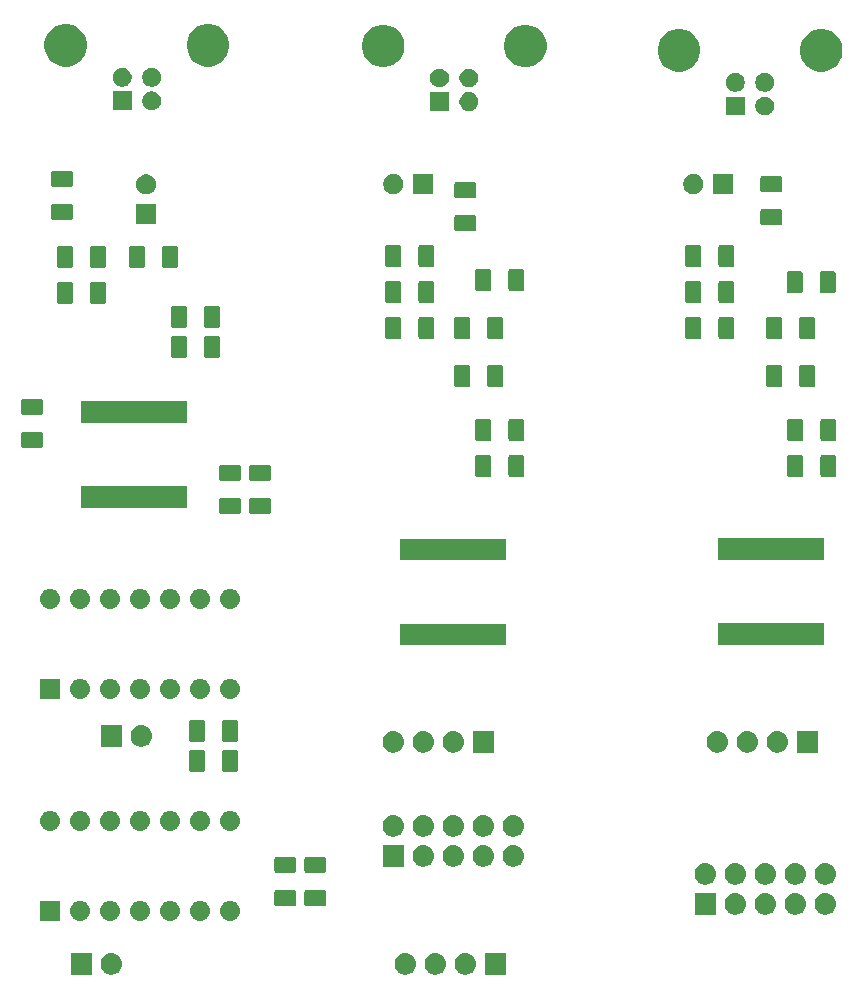
<source format=gbr>
G04 #@! TF.GenerationSoftware,KiCad,Pcbnew,(5.1.2)-2*
G04 #@! TF.CreationDate,2019-08-09T03:15:36+05:30*
G04 #@! TF.ProjectId,renesas-prog,72656e65-7361-4732-9d70-726f672e6b69,rev?*
G04 #@! TF.SameCoordinates,Original*
G04 #@! TF.FileFunction,Soldermask,Top*
G04 #@! TF.FilePolarity,Negative*
%FSLAX46Y46*%
G04 Gerber Fmt 4.6, Leading zero omitted, Abs format (unit mm)*
G04 Created by KiCad (PCBNEW (5.1.2)-2) date 2019-08-09 03:15:36*
%MOMM*%
%LPD*%
G04 APERTURE LIST*
%ADD10C,0.100000*%
G04 APERTURE END LIST*
D10*
G36*
X122030443Y-137789519D02*
G01*
X122096627Y-137796037D01*
X122266466Y-137847557D01*
X122422991Y-137931222D01*
X122458729Y-137960552D01*
X122560186Y-138043814D01*
X122643448Y-138145271D01*
X122672778Y-138181009D01*
X122756443Y-138337534D01*
X122807963Y-138507373D01*
X122825359Y-138684000D01*
X122807963Y-138860627D01*
X122756443Y-139030466D01*
X122672778Y-139186991D01*
X122643448Y-139222729D01*
X122560186Y-139324186D01*
X122458729Y-139407448D01*
X122422991Y-139436778D01*
X122266466Y-139520443D01*
X122096627Y-139571963D01*
X122030443Y-139578481D01*
X121964260Y-139585000D01*
X121875740Y-139585000D01*
X121809557Y-139578481D01*
X121743373Y-139571963D01*
X121573534Y-139520443D01*
X121417009Y-139436778D01*
X121381271Y-139407448D01*
X121279814Y-139324186D01*
X121196552Y-139222729D01*
X121167222Y-139186991D01*
X121083557Y-139030466D01*
X121032037Y-138860627D01*
X121014641Y-138684000D01*
X121032037Y-138507373D01*
X121083557Y-138337534D01*
X121167222Y-138181009D01*
X121196552Y-138145271D01*
X121279814Y-138043814D01*
X121381271Y-137960552D01*
X121417009Y-137931222D01*
X121573534Y-137847557D01*
X121743373Y-137796037D01*
X121809557Y-137789519D01*
X121875740Y-137783000D01*
X121964260Y-137783000D01*
X122030443Y-137789519D01*
X122030443Y-137789519D01*
G37*
G36*
X130441000Y-139585000D02*
G01*
X128639000Y-139585000D01*
X128639000Y-137783000D01*
X130441000Y-137783000D01*
X130441000Y-139585000D01*
X130441000Y-139585000D01*
G37*
G36*
X97138443Y-137789519D02*
G01*
X97204627Y-137796037D01*
X97374466Y-137847557D01*
X97530991Y-137931222D01*
X97566729Y-137960552D01*
X97668186Y-138043814D01*
X97751448Y-138145271D01*
X97780778Y-138181009D01*
X97864443Y-138337534D01*
X97915963Y-138507373D01*
X97933359Y-138684000D01*
X97915963Y-138860627D01*
X97864443Y-139030466D01*
X97780778Y-139186991D01*
X97751448Y-139222729D01*
X97668186Y-139324186D01*
X97566729Y-139407448D01*
X97530991Y-139436778D01*
X97374466Y-139520443D01*
X97204627Y-139571963D01*
X97138443Y-139578481D01*
X97072260Y-139585000D01*
X96983740Y-139585000D01*
X96917557Y-139578481D01*
X96851373Y-139571963D01*
X96681534Y-139520443D01*
X96525009Y-139436778D01*
X96489271Y-139407448D01*
X96387814Y-139324186D01*
X96304552Y-139222729D01*
X96275222Y-139186991D01*
X96191557Y-139030466D01*
X96140037Y-138860627D01*
X96122641Y-138684000D01*
X96140037Y-138507373D01*
X96191557Y-138337534D01*
X96275222Y-138181009D01*
X96304552Y-138145271D01*
X96387814Y-138043814D01*
X96489271Y-137960552D01*
X96525009Y-137931222D01*
X96681534Y-137847557D01*
X96851373Y-137796037D01*
X96917557Y-137789519D01*
X96983740Y-137783000D01*
X97072260Y-137783000D01*
X97138443Y-137789519D01*
X97138443Y-137789519D01*
G37*
G36*
X95389000Y-139585000D02*
G01*
X93587000Y-139585000D01*
X93587000Y-137783000D01*
X95389000Y-137783000D01*
X95389000Y-139585000D01*
X95389000Y-139585000D01*
G37*
G36*
X124570443Y-137789519D02*
G01*
X124636627Y-137796037D01*
X124806466Y-137847557D01*
X124962991Y-137931222D01*
X124998729Y-137960552D01*
X125100186Y-138043814D01*
X125183448Y-138145271D01*
X125212778Y-138181009D01*
X125296443Y-138337534D01*
X125347963Y-138507373D01*
X125365359Y-138684000D01*
X125347963Y-138860627D01*
X125296443Y-139030466D01*
X125212778Y-139186991D01*
X125183448Y-139222729D01*
X125100186Y-139324186D01*
X124998729Y-139407448D01*
X124962991Y-139436778D01*
X124806466Y-139520443D01*
X124636627Y-139571963D01*
X124570443Y-139578481D01*
X124504260Y-139585000D01*
X124415740Y-139585000D01*
X124349557Y-139578481D01*
X124283373Y-139571963D01*
X124113534Y-139520443D01*
X123957009Y-139436778D01*
X123921271Y-139407448D01*
X123819814Y-139324186D01*
X123736552Y-139222729D01*
X123707222Y-139186991D01*
X123623557Y-139030466D01*
X123572037Y-138860627D01*
X123554641Y-138684000D01*
X123572037Y-138507373D01*
X123623557Y-138337534D01*
X123707222Y-138181009D01*
X123736552Y-138145271D01*
X123819814Y-138043814D01*
X123921271Y-137960552D01*
X123957009Y-137931222D01*
X124113534Y-137847557D01*
X124283373Y-137796037D01*
X124349557Y-137789519D01*
X124415740Y-137783000D01*
X124504260Y-137783000D01*
X124570443Y-137789519D01*
X124570443Y-137789519D01*
G37*
G36*
X127110443Y-137789519D02*
G01*
X127176627Y-137796037D01*
X127346466Y-137847557D01*
X127502991Y-137931222D01*
X127538729Y-137960552D01*
X127640186Y-138043814D01*
X127723448Y-138145271D01*
X127752778Y-138181009D01*
X127836443Y-138337534D01*
X127887963Y-138507373D01*
X127905359Y-138684000D01*
X127887963Y-138860627D01*
X127836443Y-139030466D01*
X127752778Y-139186991D01*
X127723448Y-139222729D01*
X127640186Y-139324186D01*
X127538729Y-139407448D01*
X127502991Y-139436778D01*
X127346466Y-139520443D01*
X127176627Y-139571963D01*
X127110443Y-139578481D01*
X127044260Y-139585000D01*
X126955740Y-139585000D01*
X126889557Y-139578481D01*
X126823373Y-139571963D01*
X126653534Y-139520443D01*
X126497009Y-139436778D01*
X126461271Y-139407448D01*
X126359814Y-139324186D01*
X126276552Y-139222729D01*
X126247222Y-139186991D01*
X126163557Y-139030466D01*
X126112037Y-138860627D01*
X126094641Y-138684000D01*
X126112037Y-138507373D01*
X126163557Y-138337534D01*
X126247222Y-138181009D01*
X126276552Y-138145271D01*
X126359814Y-138043814D01*
X126461271Y-137960552D01*
X126497009Y-137931222D01*
X126653534Y-137847557D01*
X126823373Y-137796037D01*
X126889557Y-137789519D01*
X126955740Y-137783000D01*
X127044260Y-137783000D01*
X127110443Y-137789519D01*
X127110443Y-137789519D01*
G37*
G36*
X107253223Y-133349513D02*
G01*
X107413642Y-133398176D01*
X107468269Y-133427375D01*
X107561478Y-133477196D01*
X107691059Y-133583541D01*
X107797404Y-133713122D01*
X107797405Y-133713124D01*
X107876424Y-133860958D01*
X107925087Y-134021377D01*
X107941517Y-134188200D01*
X107925087Y-134355023D01*
X107876424Y-134515442D01*
X107805514Y-134648106D01*
X107797404Y-134663278D01*
X107691059Y-134792859D01*
X107561478Y-134899204D01*
X107561476Y-134899205D01*
X107413642Y-134978224D01*
X107253223Y-135026887D01*
X107128204Y-135039200D01*
X107044596Y-135039200D01*
X106919577Y-135026887D01*
X106759158Y-134978224D01*
X106611324Y-134899205D01*
X106611322Y-134899204D01*
X106481741Y-134792859D01*
X106375396Y-134663278D01*
X106367286Y-134648106D01*
X106296376Y-134515442D01*
X106247713Y-134355023D01*
X106231283Y-134188200D01*
X106247713Y-134021377D01*
X106296376Y-133860958D01*
X106375395Y-133713124D01*
X106375396Y-133713122D01*
X106481741Y-133583541D01*
X106611322Y-133477196D01*
X106704531Y-133427375D01*
X106759158Y-133398176D01*
X106919577Y-133349513D01*
X107044596Y-133337200D01*
X107128204Y-133337200D01*
X107253223Y-133349513D01*
X107253223Y-133349513D01*
G37*
G36*
X104713223Y-133349513D02*
G01*
X104873642Y-133398176D01*
X104928269Y-133427375D01*
X105021478Y-133477196D01*
X105151059Y-133583541D01*
X105257404Y-133713122D01*
X105257405Y-133713124D01*
X105336424Y-133860958D01*
X105385087Y-134021377D01*
X105401517Y-134188200D01*
X105385087Y-134355023D01*
X105336424Y-134515442D01*
X105265514Y-134648106D01*
X105257404Y-134663278D01*
X105151059Y-134792859D01*
X105021478Y-134899204D01*
X105021476Y-134899205D01*
X104873642Y-134978224D01*
X104713223Y-135026887D01*
X104588204Y-135039200D01*
X104504596Y-135039200D01*
X104379577Y-135026887D01*
X104219158Y-134978224D01*
X104071324Y-134899205D01*
X104071322Y-134899204D01*
X103941741Y-134792859D01*
X103835396Y-134663278D01*
X103827286Y-134648106D01*
X103756376Y-134515442D01*
X103707713Y-134355023D01*
X103691283Y-134188200D01*
X103707713Y-134021377D01*
X103756376Y-133860958D01*
X103835395Y-133713124D01*
X103835396Y-133713122D01*
X103941741Y-133583541D01*
X104071322Y-133477196D01*
X104164531Y-133427375D01*
X104219158Y-133398176D01*
X104379577Y-133349513D01*
X104504596Y-133337200D01*
X104588204Y-133337200D01*
X104713223Y-133349513D01*
X104713223Y-133349513D01*
G37*
G36*
X102173223Y-133349513D02*
G01*
X102333642Y-133398176D01*
X102388269Y-133427375D01*
X102481478Y-133477196D01*
X102611059Y-133583541D01*
X102717404Y-133713122D01*
X102717405Y-133713124D01*
X102796424Y-133860958D01*
X102845087Y-134021377D01*
X102861517Y-134188200D01*
X102845087Y-134355023D01*
X102796424Y-134515442D01*
X102725514Y-134648106D01*
X102717404Y-134663278D01*
X102611059Y-134792859D01*
X102481478Y-134899204D01*
X102481476Y-134899205D01*
X102333642Y-134978224D01*
X102173223Y-135026887D01*
X102048204Y-135039200D01*
X101964596Y-135039200D01*
X101839577Y-135026887D01*
X101679158Y-134978224D01*
X101531324Y-134899205D01*
X101531322Y-134899204D01*
X101401741Y-134792859D01*
X101295396Y-134663278D01*
X101287286Y-134648106D01*
X101216376Y-134515442D01*
X101167713Y-134355023D01*
X101151283Y-134188200D01*
X101167713Y-134021377D01*
X101216376Y-133860958D01*
X101295395Y-133713124D01*
X101295396Y-133713122D01*
X101401741Y-133583541D01*
X101531322Y-133477196D01*
X101624531Y-133427375D01*
X101679158Y-133398176D01*
X101839577Y-133349513D01*
X101964596Y-133337200D01*
X102048204Y-133337200D01*
X102173223Y-133349513D01*
X102173223Y-133349513D01*
G37*
G36*
X97093223Y-133349513D02*
G01*
X97253642Y-133398176D01*
X97308269Y-133427375D01*
X97401478Y-133477196D01*
X97531059Y-133583541D01*
X97637404Y-133713122D01*
X97637405Y-133713124D01*
X97716424Y-133860958D01*
X97765087Y-134021377D01*
X97781517Y-134188200D01*
X97765087Y-134355023D01*
X97716424Y-134515442D01*
X97645514Y-134648106D01*
X97637404Y-134663278D01*
X97531059Y-134792859D01*
X97401478Y-134899204D01*
X97401476Y-134899205D01*
X97253642Y-134978224D01*
X97093223Y-135026887D01*
X96968204Y-135039200D01*
X96884596Y-135039200D01*
X96759577Y-135026887D01*
X96599158Y-134978224D01*
X96451324Y-134899205D01*
X96451322Y-134899204D01*
X96321741Y-134792859D01*
X96215396Y-134663278D01*
X96207286Y-134648106D01*
X96136376Y-134515442D01*
X96087713Y-134355023D01*
X96071283Y-134188200D01*
X96087713Y-134021377D01*
X96136376Y-133860958D01*
X96215395Y-133713124D01*
X96215396Y-133713122D01*
X96321741Y-133583541D01*
X96451322Y-133477196D01*
X96544531Y-133427375D01*
X96599158Y-133398176D01*
X96759577Y-133349513D01*
X96884596Y-133337200D01*
X96968204Y-133337200D01*
X97093223Y-133349513D01*
X97093223Y-133349513D01*
G37*
G36*
X94553223Y-133349513D02*
G01*
X94713642Y-133398176D01*
X94768269Y-133427375D01*
X94861478Y-133477196D01*
X94991059Y-133583541D01*
X95097404Y-133713122D01*
X95097405Y-133713124D01*
X95176424Y-133860958D01*
X95225087Y-134021377D01*
X95241517Y-134188200D01*
X95225087Y-134355023D01*
X95176424Y-134515442D01*
X95105514Y-134648106D01*
X95097404Y-134663278D01*
X94991059Y-134792859D01*
X94861478Y-134899204D01*
X94861476Y-134899205D01*
X94713642Y-134978224D01*
X94553223Y-135026887D01*
X94428204Y-135039200D01*
X94344596Y-135039200D01*
X94219577Y-135026887D01*
X94059158Y-134978224D01*
X93911324Y-134899205D01*
X93911322Y-134899204D01*
X93781741Y-134792859D01*
X93675396Y-134663278D01*
X93667286Y-134648106D01*
X93596376Y-134515442D01*
X93547713Y-134355023D01*
X93531283Y-134188200D01*
X93547713Y-134021377D01*
X93596376Y-133860958D01*
X93675395Y-133713124D01*
X93675396Y-133713122D01*
X93781741Y-133583541D01*
X93911322Y-133477196D01*
X94004531Y-133427375D01*
X94059158Y-133398176D01*
X94219577Y-133349513D01*
X94344596Y-133337200D01*
X94428204Y-133337200D01*
X94553223Y-133349513D01*
X94553223Y-133349513D01*
G37*
G36*
X92697400Y-135039200D02*
G01*
X90995400Y-135039200D01*
X90995400Y-133337200D01*
X92697400Y-133337200D01*
X92697400Y-135039200D01*
X92697400Y-135039200D01*
G37*
G36*
X99633223Y-133349513D02*
G01*
X99793642Y-133398176D01*
X99848269Y-133427375D01*
X99941478Y-133477196D01*
X100071059Y-133583541D01*
X100177404Y-133713122D01*
X100177405Y-133713124D01*
X100256424Y-133860958D01*
X100305087Y-134021377D01*
X100321517Y-134188200D01*
X100305087Y-134355023D01*
X100256424Y-134515442D01*
X100185514Y-134648106D01*
X100177404Y-134663278D01*
X100071059Y-134792859D01*
X99941478Y-134899204D01*
X99941476Y-134899205D01*
X99793642Y-134978224D01*
X99633223Y-135026887D01*
X99508204Y-135039200D01*
X99424596Y-135039200D01*
X99299577Y-135026887D01*
X99139158Y-134978224D01*
X98991324Y-134899205D01*
X98991322Y-134899204D01*
X98861741Y-134792859D01*
X98755396Y-134663278D01*
X98747286Y-134648106D01*
X98676376Y-134515442D01*
X98627713Y-134355023D01*
X98611283Y-134188200D01*
X98627713Y-134021377D01*
X98676376Y-133860958D01*
X98755395Y-133713124D01*
X98755396Y-133713122D01*
X98861741Y-133583541D01*
X98991322Y-133477196D01*
X99084531Y-133427375D01*
X99139158Y-133398176D01*
X99299577Y-133349513D01*
X99424596Y-133337200D01*
X99508204Y-133337200D01*
X99633223Y-133349513D01*
X99633223Y-133349513D01*
G37*
G36*
X152510442Y-132709518D02*
G01*
X152576627Y-132716037D01*
X152746466Y-132767557D01*
X152902991Y-132851222D01*
X152938729Y-132880552D01*
X153040186Y-132963814D01*
X153123448Y-133065271D01*
X153152778Y-133101009D01*
X153236443Y-133257534D01*
X153287963Y-133427373D01*
X153305359Y-133604000D01*
X153287963Y-133780627D01*
X153236443Y-133950466D01*
X153152778Y-134106991D01*
X153123448Y-134142729D01*
X153040186Y-134244186D01*
X152938729Y-134327448D01*
X152902991Y-134356778D01*
X152746466Y-134440443D01*
X152576627Y-134491963D01*
X152510442Y-134498482D01*
X152444260Y-134505000D01*
X152355740Y-134505000D01*
X152289558Y-134498482D01*
X152223373Y-134491963D01*
X152053534Y-134440443D01*
X151897009Y-134356778D01*
X151861271Y-134327448D01*
X151759814Y-134244186D01*
X151676552Y-134142729D01*
X151647222Y-134106991D01*
X151563557Y-133950466D01*
X151512037Y-133780627D01*
X151494641Y-133604000D01*
X151512037Y-133427373D01*
X151563557Y-133257534D01*
X151647222Y-133101009D01*
X151676552Y-133065271D01*
X151759814Y-132963814D01*
X151861271Y-132880552D01*
X151897009Y-132851222D01*
X152053534Y-132767557D01*
X152223373Y-132716037D01*
X152289558Y-132709518D01*
X152355740Y-132703000D01*
X152444260Y-132703000D01*
X152510442Y-132709518D01*
X152510442Y-132709518D01*
G37*
G36*
X155050442Y-132709518D02*
G01*
X155116627Y-132716037D01*
X155286466Y-132767557D01*
X155442991Y-132851222D01*
X155478729Y-132880552D01*
X155580186Y-132963814D01*
X155663448Y-133065271D01*
X155692778Y-133101009D01*
X155776443Y-133257534D01*
X155827963Y-133427373D01*
X155845359Y-133604000D01*
X155827963Y-133780627D01*
X155776443Y-133950466D01*
X155692778Y-134106991D01*
X155663448Y-134142729D01*
X155580186Y-134244186D01*
X155478729Y-134327448D01*
X155442991Y-134356778D01*
X155286466Y-134440443D01*
X155116627Y-134491963D01*
X155050442Y-134498482D01*
X154984260Y-134505000D01*
X154895740Y-134505000D01*
X154829558Y-134498482D01*
X154763373Y-134491963D01*
X154593534Y-134440443D01*
X154437009Y-134356778D01*
X154401271Y-134327448D01*
X154299814Y-134244186D01*
X154216552Y-134142729D01*
X154187222Y-134106991D01*
X154103557Y-133950466D01*
X154052037Y-133780627D01*
X154034641Y-133604000D01*
X154052037Y-133427373D01*
X154103557Y-133257534D01*
X154187222Y-133101009D01*
X154216552Y-133065271D01*
X154299814Y-132963814D01*
X154401271Y-132880552D01*
X154437009Y-132851222D01*
X154593534Y-132767557D01*
X154763373Y-132716037D01*
X154829558Y-132709518D01*
X154895740Y-132703000D01*
X154984260Y-132703000D01*
X155050442Y-132709518D01*
X155050442Y-132709518D01*
G37*
G36*
X157590442Y-132709518D02*
G01*
X157656627Y-132716037D01*
X157826466Y-132767557D01*
X157982991Y-132851222D01*
X158018729Y-132880552D01*
X158120186Y-132963814D01*
X158203448Y-133065271D01*
X158232778Y-133101009D01*
X158316443Y-133257534D01*
X158367963Y-133427373D01*
X158385359Y-133604000D01*
X158367963Y-133780627D01*
X158316443Y-133950466D01*
X158232778Y-134106991D01*
X158203448Y-134142729D01*
X158120186Y-134244186D01*
X158018729Y-134327448D01*
X157982991Y-134356778D01*
X157826466Y-134440443D01*
X157656627Y-134491963D01*
X157590442Y-134498482D01*
X157524260Y-134505000D01*
X157435740Y-134505000D01*
X157369558Y-134498482D01*
X157303373Y-134491963D01*
X157133534Y-134440443D01*
X156977009Y-134356778D01*
X156941271Y-134327448D01*
X156839814Y-134244186D01*
X156756552Y-134142729D01*
X156727222Y-134106991D01*
X156643557Y-133950466D01*
X156592037Y-133780627D01*
X156574641Y-133604000D01*
X156592037Y-133427373D01*
X156643557Y-133257534D01*
X156727222Y-133101009D01*
X156756552Y-133065271D01*
X156839814Y-132963814D01*
X156941271Y-132880552D01*
X156977009Y-132851222D01*
X157133534Y-132767557D01*
X157303373Y-132716037D01*
X157369558Y-132709518D01*
X157435740Y-132703000D01*
X157524260Y-132703000D01*
X157590442Y-132709518D01*
X157590442Y-132709518D01*
G37*
G36*
X149970442Y-132709518D02*
G01*
X150036627Y-132716037D01*
X150206466Y-132767557D01*
X150362991Y-132851222D01*
X150398729Y-132880552D01*
X150500186Y-132963814D01*
X150583448Y-133065271D01*
X150612778Y-133101009D01*
X150696443Y-133257534D01*
X150747963Y-133427373D01*
X150765359Y-133604000D01*
X150747963Y-133780627D01*
X150696443Y-133950466D01*
X150612778Y-134106991D01*
X150583448Y-134142729D01*
X150500186Y-134244186D01*
X150398729Y-134327448D01*
X150362991Y-134356778D01*
X150206466Y-134440443D01*
X150036627Y-134491963D01*
X149970442Y-134498482D01*
X149904260Y-134505000D01*
X149815740Y-134505000D01*
X149749558Y-134498482D01*
X149683373Y-134491963D01*
X149513534Y-134440443D01*
X149357009Y-134356778D01*
X149321271Y-134327448D01*
X149219814Y-134244186D01*
X149136552Y-134142729D01*
X149107222Y-134106991D01*
X149023557Y-133950466D01*
X148972037Y-133780627D01*
X148954641Y-133604000D01*
X148972037Y-133427373D01*
X149023557Y-133257534D01*
X149107222Y-133101009D01*
X149136552Y-133065271D01*
X149219814Y-132963814D01*
X149321271Y-132880552D01*
X149357009Y-132851222D01*
X149513534Y-132767557D01*
X149683373Y-132716037D01*
X149749558Y-132709518D01*
X149815740Y-132703000D01*
X149904260Y-132703000D01*
X149970442Y-132709518D01*
X149970442Y-132709518D01*
G37*
G36*
X148221000Y-134505000D02*
G01*
X146419000Y-134505000D01*
X146419000Y-132703000D01*
X148221000Y-132703000D01*
X148221000Y-134505000D01*
X148221000Y-134505000D01*
G37*
G36*
X112528604Y-132424347D02*
G01*
X112565144Y-132435432D01*
X112598821Y-132453433D01*
X112628341Y-132477659D01*
X112652567Y-132507179D01*
X112670568Y-132540856D01*
X112681653Y-132577396D01*
X112686000Y-132621538D01*
X112686000Y-133570462D01*
X112681653Y-133614604D01*
X112670568Y-133651144D01*
X112652567Y-133684821D01*
X112628341Y-133714341D01*
X112598821Y-133738567D01*
X112565144Y-133756568D01*
X112528604Y-133767653D01*
X112484462Y-133772000D01*
X111035538Y-133772000D01*
X110991396Y-133767653D01*
X110954856Y-133756568D01*
X110921179Y-133738567D01*
X110891659Y-133714341D01*
X110867433Y-133684821D01*
X110849432Y-133651144D01*
X110838347Y-133614604D01*
X110834000Y-133570462D01*
X110834000Y-132621538D01*
X110838347Y-132577396D01*
X110849432Y-132540856D01*
X110867433Y-132507179D01*
X110891659Y-132477659D01*
X110921179Y-132453433D01*
X110954856Y-132435432D01*
X110991396Y-132424347D01*
X111035538Y-132420000D01*
X112484462Y-132420000D01*
X112528604Y-132424347D01*
X112528604Y-132424347D01*
G37*
G36*
X115068604Y-132424347D02*
G01*
X115105144Y-132435432D01*
X115138821Y-132453433D01*
X115168341Y-132477659D01*
X115192567Y-132507179D01*
X115210568Y-132540856D01*
X115221653Y-132577396D01*
X115226000Y-132621538D01*
X115226000Y-133570462D01*
X115221653Y-133614604D01*
X115210568Y-133651144D01*
X115192567Y-133684821D01*
X115168341Y-133714341D01*
X115138821Y-133738567D01*
X115105144Y-133756568D01*
X115068604Y-133767653D01*
X115024462Y-133772000D01*
X113575538Y-133772000D01*
X113531396Y-133767653D01*
X113494856Y-133756568D01*
X113461179Y-133738567D01*
X113431659Y-133714341D01*
X113407433Y-133684821D01*
X113389432Y-133651144D01*
X113378347Y-133614604D01*
X113374000Y-133570462D01*
X113374000Y-132621538D01*
X113378347Y-132577396D01*
X113389432Y-132540856D01*
X113407433Y-132507179D01*
X113431659Y-132477659D01*
X113461179Y-132453433D01*
X113494856Y-132435432D01*
X113531396Y-132424347D01*
X113575538Y-132420000D01*
X115024462Y-132420000D01*
X115068604Y-132424347D01*
X115068604Y-132424347D01*
G37*
G36*
X149970442Y-130169518D02*
G01*
X150036627Y-130176037D01*
X150206466Y-130227557D01*
X150362991Y-130311222D01*
X150398729Y-130340552D01*
X150500186Y-130423814D01*
X150583448Y-130525271D01*
X150612778Y-130561009D01*
X150696443Y-130717534D01*
X150747963Y-130887373D01*
X150765359Y-131064000D01*
X150747963Y-131240627D01*
X150696443Y-131410466D01*
X150612778Y-131566991D01*
X150583448Y-131602729D01*
X150500186Y-131704186D01*
X150398729Y-131787448D01*
X150362991Y-131816778D01*
X150206466Y-131900443D01*
X150036627Y-131951963D01*
X149970443Y-131958481D01*
X149904260Y-131965000D01*
X149815740Y-131965000D01*
X149749557Y-131958481D01*
X149683373Y-131951963D01*
X149513534Y-131900443D01*
X149357009Y-131816778D01*
X149321271Y-131787448D01*
X149219814Y-131704186D01*
X149136552Y-131602729D01*
X149107222Y-131566991D01*
X149023557Y-131410466D01*
X148972037Y-131240627D01*
X148954641Y-131064000D01*
X148972037Y-130887373D01*
X149023557Y-130717534D01*
X149107222Y-130561009D01*
X149136552Y-130525271D01*
X149219814Y-130423814D01*
X149321271Y-130340552D01*
X149357009Y-130311222D01*
X149513534Y-130227557D01*
X149683373Y-130176037D01*
X149749558Y-130169518D01*
X149815740Y-130163000D01*
X149904260Y-130163000D01*
X149970442Y-130169518D01*
X149970442Y-130169518D01*
G37*
G36*
X152510442Y-130169518D02*
G01*
X152576627Y-130176037D01*
X152746466Y-130227557D01*
X152902991Y-130311222D01*
X152938729Y-130340552D01*
X153040186Y-130423814D01*
X153123448Y-130525271D01*
X153152778Y-130561009D01*
X153236443Y-130717534D01*
X153287963Y-130887373D01*
X153305359Y-131064000D01*
X153287963Y-131240627D01*
X153236443Y-131410466D01*
X153152778Y-131566991D01*
X153123448Y-131602729D01*
X153040186Y-131704186D01*
X152938729Y-131787448D01*
X152902991Y-131816778D01*
X152746466Y-131900443D01*
X152576627Y-131951963D01*
X152510443Y-131958481D01*
X152444260Y-131965000D01*
X152355740Y-131965000D01*
X152289557Y-131958481D01*
X152223373Y-131951963D01*
X152053534Y-131900443D01*
X151897009Y-131816778D01*
X151861271Y-131787448D01*
X151759814Y-131704186D01*
X151676552Y-131602729D01*
X151647222Y-131566991D01*
X151563557Y-131410466D01*
X151512037Y-131240627D01*
X151494641Y-131064000D01*
X151512037Y-130887373D01*
X151563557Y-130717534D01*
X151647222Y-130561009D01*
X151676552Y-130525271D01*
X151759814Y-130423814D01*
X151861271Y-130340552D01*
X151897009Y-130311222D01*
X152053534Y-130227557D01*
X152223373Y-130176037D01*
X152289558Y-130169518D01*
X152355740Y-130163000D01*
X152444260Y-130163000D01*
X152510442Y-130169518D01*
X152510442Y-130169518D01*
G37*
G36*
X147430442Y-130169518D02*
G01*
X147496627Y-130176037D01*
X147666466Y-130227557D01*
X147822991Y-130311222D01*
X147858729Y-130340552D01*
X147960186Y-130423814D01*
X148043448Y-130525271D01*
X148072778Y-130561009D01*
X148156443Y-130717534D01*
X148207963Y-130887373D01*
X148225359Y-131064000D01*
X148207963Y-131240627D01*
X148156443Y-131410466D01*
X148072778Y-131566991D01*
X148043448Y-131602729D01*
X147960186Y-131704186D01*
X147858729Y-131787448D01*
X147822991Y-131816778D01*
X147666466Y-131900443D01*
X147496627Y-131951963D01*
X147430443Y-131958481D01*
X147364260Y-131965000D01*
X147275740Y-131965000D01*
X147209557Y-131958481D01*
X147143373Y-131951963D01*
X146973534Y-131900443D01*
X146817009Y-131816778D01*
X146781271Y-131787448D01*
X146679814Y-131704186D01*
X146596552Y-131602729D01*
X146567222Y-131566991D01*
X146483557Y-131410466D01*
X146432037Y-131240627D01*
X146414641Y-131064000D01*
X146432037Y-130887373D01*
X146483557Y-130717534D01*
X146567222Y-130561009D01*
X146596552Y-130525271D01*
X146679814Y-130423814D01*
X146781271Y-130340552D01*
X146817009Y-130311222D01*
X146973534Y-130227557D01*
X147143373Y-130176037D01*
X147209558Y-130169518D01*
X147275740Y-130163000D01*
X147364260Y-130163000D01*
X147430442Y-130169518D01*
X147430442Y-130169518D01*
G37*
G36*
X155050442Y-130169518D02*
G01*
X155116627Y-130176037D01*
X155286466Y-130227557D01*
X155442991Y-130311222D01*
X155478729Y-130340552D01*
X155580186Y-130423814D01*
X155663448Y-130525271D01*
X155692778Y-130561009D01*
X155776443Y-130717534D01*
X155827963Y-130887373D01*
X155845359Y-131064000D01*
X155827963Y-131240627D01*
X155776443Y-131410466D01*
X155692778Y-131566991D01*
X155663448Y-131602729D01*
X155580186Y-131704186D01*
X155478729Y-131787448D01*
X155442991Y-131816778D01*
X155286466Y-131900443D01*
X155116627Y-131951963D01*
X155050443Y-131958481D01*
X154984260Y-131965000D01*
X154895740Y-131965000D01*
X154829557Y-131958481D01*
X154763373Y-131951963D01*
X154593534Y-131900443D01*
X154437009Y-131816778D01*
X154401271Y-131787448D01*
X154299814Y-131704186D01*
X154216552Y-131602729D01*
X154187222Y-131566991D01*
X154103557Y-131410466D01*
X154052037Y-131240627D01*
X154034641Y-131064000D01*
X154052037Y-130887373D01*
X154103557Y-130717534D01*
X154187222Y-130561009D01*
X154216552Y-130525271D01*
X154299814Y-130423814D01*
X154401271Y-130340552D01*
X154437009Y-130311222D01*
X154593534Y-130227557D01*
X154763373Y-130176037D01*
X154829558Y-130169518D01*
X154895740Y-130163000D01*
X154984260Y-130163000D01*
X155050442Y-130169518D01*
X155050442Y-130169518D01*
G37*
G36*
X157590442Y-130169518D02*
G01*
X157656627Y-130176037D01*
X157826466Y-130227557D01*
X157982991Y-130311222D01*
X158018729Y-130340552D01*
X158120186Y-130423814D01*
X158203448Y-130525271D01*
X158232778Y-130561009D01*
X158316443Y-130717534D01*
X158367963Y-130887373D01*
X158385359Y-131064000D01*
X158367963Y-131240627D01*
X158316443Y-131410466D01*
X158232778Y-131566991D01*
X158203448Y-131602729D01*
X158120186Y-131704186D01*
X158018729Y-131787448D01*
X157982991Y-131816778D01*
X157826466Y-131900443D01*
X157656627Y-131951963D01*
X157590443Y-131958481D01*
X157524260Y-131965000D01*
X157435740Y-131965000D01*
X157369557Y-131958481D01*
X157303373Y-131951963D01*
X157133534Y-131900443D01*
X156977009Y-131816778D01*
X156941271Y-131787448D01*
X156839814Y-131704186D01*
X156756552Y-131602729D01*
X156727222Y-131566991D01*
X156643557Y-131410466D01*
X156592037Y-131240627D01*
X156574641Y-131064000D01*
X156592037Y-130887373D01*
X156643557Y-130717534D01*
X156727222Y-130561009D01*
X156756552Y-130525271D01*
X156839814Y-130423814D01*
X156941271Y-130340552D01*
X156977009Y-130311222D01*
X157133534Y-130227557D01*
X157303373Y-130176037D01*
X157369558Y-130169518D01*
X157435740Y-130163000D01*
X157524260Y-130163000D01*
X157590442Y-130169518D01*
X157590442Y-130169518D01*
G37*
G36*
X115068604Y-129624347D02*
G01*
X115105144Y-129635432D01*
X115138821Y-129653433D01*
X115168341Y-129677659D01*
X115192567Y-129707179D01*
X115210568Y-129740856D01*
X115221653Y-129777396D01*
X115226000Y-129821538D01*
X115226000Y-130770462D01*
X115221653Y-130814604D01*
X115210568Y-130851144D01*
X115192567Y-130884821D01*
X115168341Y-130914341D01*
X115138821Y-130938567D01*
X115105144Y-130956568D01*
X115068604Y-130967653D01*
X115024462Y-130972000D01*
X113575538Y-130972000D01*
X113531396Y-130967653D01*
X113494856Y-130956568D01*
X113461179Y-130938567D01*
X113431659Y-130914341D01*
X113407433Y-130884821D01*
X113389432Y-130851144D01*
X113378347Y-130814604D01*
X113374000Y-130770462D01*
X113374000Y-129821538D01*
X113378347Y-129777396D01*
X113389432Y-129740856D01*
X113407433Y-129707179D01*
X113431659Y-129677659D01*
X113461179Y-129653433D01*
X113494856Y-129635432D01*
X113531396Y-129624347D01*
X113575538Y-129620000D01*
X115024462Y-129620000D01*
X115068604Y-129624347D01*
X115068604Y-129624347D01*
G37*
G36*
X112528604Y-129624347D02*
G01*
X112565144Y-129635432D01*
X112598821Y-129653433D01*
X112628341Y-129677659D01*
X112652567Y-129707179D01*
X112670568Y-129740856D01*
X112681653Y-129777396D01*
X112686000Y-129821538D01*
X112686000Y-130770462D01*
X112681653Y-130814604D01*
X112670568Y-130851144D01*
X112652567Y-130884821D01*
X112628341Y-130914341D01*
X112598821Y-130938567D01*
X112565144Y-130956568D01*
X112528604Y-130967653D01*
X112484462Y-130972000D01*
X111035538Y-130972000D01*
X110991396Y-130967653D01*
X110954856Y-130956568D01*
X110921179Y-130938567D01*
X110891659Y-130914341D01*
X110867433Y-130884821D01*
X110849432Y-130851144D01*
X110838347Y-130814604D01*
X110834000Y-130770462D01*
X110834000Y-129821538D01*
X110838347Y-129777396D01*
X110849432Y-129740856D01*
X110867433Y-129707179D01*
X110891659Y-129677659D01*
X110921179Y-129653433D01*
X110954856Y-129635432D01*
X110991396Y-129624347D01*
X111035538Y-129620000D01*
X112484462Y-129620000D01*
X112528604Y-129624347D01*
X112528604Y-129624347D01*
G37*
G36*
X131174443Y-128645519D02*
G01*
X131240627Y-128652037D01*
X131410466Y-128703557D01*
X131566991Y-128787222D01*
X131602729Y-128816552D01*
X131704186Y-128899814D01*
X131787448Y-129001271D01*
X131816778Y-129037009D01*
X131900443Y-129193534D01*
X131951963Y-129363373D01*
X131969359Y-129540000D01*
X131951963Y-129716627D01*
X131900443Y-129886466D01*
X131816778Y-130042991D01*
X131787448Y-130078729D01*
X131704186Y-130180186D01*
X131602729Y-130263448D01*
X131566991Y-130292778D01*
X131410466Y-130376443D01*
X131240627Y-130427963D01*
X131174443Y-130434481D01*
X131108260Y-130441000D01*
X131019740Y-130441000D01*
X130953557Y-130434481D01*
X130887373Y-130427963D01*
X130717534Y-130376443D01*
X130561009Y-130292778D01*
X130525271Y-130263448D01*
X130423814Y-130180186D01*
X130340552Y-130078729D01*
X130311222Y-130042991D01*
X130227557Y-129886466D01*
X130176037Y-129716627D01*
X130158641Y-129540000D01*
X130176037Y-129363373D01*
X130227557Y-129193534D01*
X130311222Y-129037009D01*
X130340552Y-129001271D01*
X130423814Y-128899814D01*
X130525271Y-128816552D01*
X130561009Y-128787222D01*
X130717534Y-128703557D01*
X130887373Y-128652037D01*
X130953557Y-128645519D01*
X131019740Y-128639000D01*
X131108260Y-128639000D01*
X131174443Y-128645519D01*
X131174443Y-128645519D01*
G37*
G36*
X128634443Y-128645519D02*
G01*
X128700627Y-128652037D01*
X128870466Y-128703557D01*
X129026991Y-128787222D01*
X129062729Y-128816552D01*
X129164186Y-128899814D01*
X129247448Y-129001271D01*
X129276778Y-129037009D01*
X129360443Y-129193534D01*
X129411963Y-129363373D01*
X129429359Y-129540000D01*
X129411963Y-129716627D01*
X129360443Y-129886466D01*
X129276778Y-130042991D01*
X129247448Y-130078729D01*
X129164186Y-130180186D01*
X129062729Y-130263448D01*
X129026991Y-130292778D01*
X128870466Y-130376443D01*
X128700627Y-130427963D01*
X128634443Y-130434481D01*
X128568260Y-130441000D01*
X128479740Y-130441000D01*
X128413557Y-130434481D01*
X128347373Y-130427963D01*
X128177534Y-130376443D01*
X128021009Y-130292778D01*
X127985271Y-130263448D01*
X127883814Y-130180186D01*
X127800552Y-130078729D01*
X127771222Y-130042991D01*
X127687557Y-129886466D01*
X127636037Y-129716627D01*
X127618641Y-129540000D01*
X127636037Y-129363373D01*
X127687557Y-129193534D01*
X127771222Y-129037009D01*
X127800552Y-129001271D01*
X127883814Y-128899814D01*
X127985271Y-128816552D01*
X128021009Y-128787222D01*
X128177534Y-128703557D01*
X128347373Y-128652037D01*
X128413557Y-128645519D01*
X128479740Y-128639000D01*
X128568260Y-128639000D01*
X128634443Y-128645519D01*
X128634443Y-128645519D01*
G37*
G36*
X123554443Y-128645519D02*
G01*
X123620627Y-128652037D01*
X123790466Y-128703557D01*
X123946991Y-128787222D01*
X123982729Y-128816552D01*
X124084186Y-128899814D01*
X124167448Y-129001271D01*
X124196778Y-129037009D01*
X124280443Y-129193534D01*
X124331963Y-129363373D01*
X124349359Y-129540000D01*
X124331963Y-129716627D01*
X124280443Y-129886466D01*
X124196778Y-130042991D01*
X124167448Y-130078729D01*
X124084186Y-130180186D01*
X123982729Y-130263448D01*
X123946991Y-130292778D01*
X123790466Y-130376443D01*
X123620627Y-130427963D01*
X123554443Y-130434481D01*
X123488260Y-130441000D01*
X123399740Y-130441000D01*
X123333557Y-130434481D01*
X123267373Y-130427963D01*
X123097534Y-130376443D01*
X122941009Y-130292778D01*
X122905271Y-130263448D01*
X122803814Y-130180186D01*
X122720552Y-130078729D01*
X122691222Y-130042991D01*
X122607557Y-129886466D01*
X122556037Y-129716627D01*
X122538641Y-129540000D01*
X122556037Y-129363373D01*
X122607557Y-129193534D01*
X122691222Y-129037009D01*
X122720552Y-129001271D01*
X122803814Y-128899814D01*
X122905271Y-128816552D01*
X122941009Y-128787222D01*
X123097534Y-128703557D01*
X123267373Y-128652037D01*
X123333557Y-128645519D01*
X123399740Y-128639000D01*
X123488260Y-128639000D01*
X123554443Y-128645519D01*
X123554443Y-128645519D01*
G37*
G36*
X121805000Y-130441000D02*
G01*
X120003000Y-130441000D01*
X120003000Y-128639000D01*
X121805000Y-128639000D01*
X121805000Y-130441000D01*
X121805000Y-130441000D01*
G37*
G36*
X126094443Y-128645519D02*
G01*
X126160627Y-128652037D01*
X126330466Y-128703557D01*
X126486991Y-128787222D01*
X126522729Y-128816552D01*
X126624186Y-128899814D01*
X126707448Y-129001271D01*
X126736778Y-129037009D01*
X126820443Y-129193534D01*
X126871963Y-129363373D01*
X126889359Y-129540000D01*
X126871963Y-129716627D01*
X126820443Y-129886466D01*
X126736778Y-130042991D01*
X126707448Y-130078729D01*
X126624186Y-130180186D01*
X126522729Y-130263448D01*
X126486991Y-130292778D01*
X126330466Y-130376443D01*
X126160627Y-130427963D01*
X126094443Y-130434481D01*
X126028260Y-130441000D01*
X125939740Y-130441000D01*
X125873557Y-130434481D01*
X125807373Y-130427963D01*
X125637534Y-130376443D01*
X125481009Y-130292778D01*
X125445271Y-130263448D01*
X125343814Y-130180186D01*
X125260552Y-130078729D01*
X125231222Y-130042991D01*
X125147557Y-129886466D01*
X125096037Y-129716627D01*
X125078641Y-129540000D01*
X125096037Y-129363373D01*
X125147557Y-129193534D01*
X125231222Y-129037009D01*
X125260552Y-129001271D01*
X125343814Y-128899814D01*
X125445271Y-128816552D01*
X125481009Y-128787222D01*
X125637534Y-128703557D01*
X125807373Y-128652037D01*
X125873557Y-128645519D01*
X125939740Y-128639000D01*
X126028260Y-128639000D01*
X126094443Y-128645519D01*
X126094443Y-128645519D01*
G37*
G36*
X123554443Y-126105519D02*
G01*
X123620627Y-126112037D01*
X123790466Y-126163557D01*
X123946991Y-126247222D01*
X123982729Y-126276552D01*
X124084186Y-126359814D01*
X124167448Y-126461271D01*
X124196778Y-126497009D01*
X124280443Y-126653534D01*
X124331963Y-126823373D01*
X124349359Y-127000000D01*
X124331963Y-127176627D01*
X124280443Y-127346466D01*
X124196778Y-127502991D01*
X124167448Y-127538729D01*
X124084186Y-127640186D01*
X123982729Y-127723448D01*
X123946991Y-127752778D01*
X123790466Y-127836443D01*
X123620627Y-127887963D01*
X123554442Y-127894482D01*
X123488260Y-127901000D01*
X123399740Y-127901000D01*
X123333558Y-127894482D01*
X123267373Y-127887963D01*
X123097534Y-127836443D01*
X122941009Y-127752778D01*
X122905271Y-127723448D01*
X122803814Y-127640186D01*
X122720552Y-127538729D01*
X122691222Y-127502991D01*
X122607557Y-127346466D01*
X122556037Y-127176627D01*
X122538641Y-127000000D01*
X122556037Y-126823373D01*
X122607557Y-126653534D01*
X122691222Y-126497009D01*
X122720552Y-126461271D01*
X122803814Y-126359814D01*
X122905271Y-126276552D01*
X122941009Y-126247222D01*
X123097534Y-126163557D01*
X123267373Y-126112037D01*
X123333557Y-126105519D01*
X123399740Y-126099000D01*
X123488260Y-126099000D01*
X123554443Y-126105519D01*
X123554443Y-126105519D01*
G37*
G36*
X126094443Y-126105519D02*
G01*
X126160627Y-126112037D01*
X126330466Y-126163557D01*
X126486991Y-126247222D01*
X126522729Y-126276552D01*
X126624186Y-126359814D01*
X126707448Y-126461271D01*
X126736778Y-126497009D01*
X126820443Y-126653534D01*
X126871963Y-126823373D01*
X126889359Y-127000000D01*
X126871963Y-127176627D01*
X126820443Y-127346466D01*
X126736778Y-127502991D01*
X126707448Y-127538729D01*
X126624186Y-127640186D01*
X126522729Y-127723448D01*
X126486991Y-127752778D01*
X126330466Y-127836443D01*
X126160627Y-127887963D01*
X126094442Y-127894482D01*
X126028260Y-127901000D01*
X125939740Y-127901000D01*
X125873558Y-127894482D01*
X125807373Y-127887963D01*
X125637534Y-127836443D01*
X125481009Y-127752778D01*
X125445271Y-127723448D01*
X125343814Y-127640186D01*
X125260552Y-127538729D01*
X125231222Y-127502991D01*
X125147557Y-127346466D01*
X125096037Y-127176627D01*
X125078641Y-127000000D01*
X125096037Y-126823373D01*
X125147557Y-126653534D01*
X125231222Y-126497009D01*
X125260552Y-126461271D01*
X125343814Y-126359814D01*
X125445271Y-126276552D01*
X125481009Y-126247222D01*
X125637534Y-126163557D01*
X125807373Y-126112037D01*
X125873557Y-126105519D01*
X125939740Y-126099000D01*
X126028260Y-126099000D01*
X126094443Y-126105519D01*
X126094443Y-126105519D01*
G37*
G36*
X121014443Y-126105519D02*
G01*
X121080627Y-126112037D01*
X121250466Y-126163557D01*
X121406991Y-126247222D01*
X121442729Y-126276552D01*
X121544186Y-126359814D01*
X121627448Y-126461271D01*
X121656778Y-126497009D01*
X121740443Y-126653534D01*
X121791963Y-126823373D01*
X121809359Y-127000000D01*
X121791963Y-127176627D01*
X121740443Y-127346466D01*
X121656778Y-127502991D01*
X121627448Y-127538729D01*
X121544186Y-127640186D01*
X121442729Y-127723448D01*
X121406991Y-127752778D01*
X121250466Y-127836443D01*
X121080627Y-127887963D01*
X121014442Y-127894482D01*
X120948260Y-127901000D01*
X120859740Y-127901000D01*
X120793558Y-127894482D01*
X120727373Y-127887963D01*
X120557534Y-127836443D01*
X120401009Y-127752778D01*
X120365271Y-127723448D01*
X120263814Y-127640186D01*
X120180552Y-127538729D01*
X120151222Y-127502991D01*
X120067557Y-127346466D01*
X120016037Y-127176627D01*
X119998641Y-127000000D01*
X120016037Y-126823373D01*
X120067557Y-126653534D01*
X120151222Y-126497009D01*
X120180552Y-126461271D01*
X120263814Y-126359814D01*
X120365271Y-126276552D01*
X120401009Y-126247222D01*
X120557534Y-126163557D01*
X120727373Y-126112037D01*
X120793557Y-126105519D01*
X120859740Y-126099000D01*
X120948260Y-126099000D01*
X121014443Y-126105519D01*
X121014443Y-126105519D01*
G37*
G36*
X128634443Y-126105519D02*
G01*
X128700627Y-126112037D01*
X128870466Y-126163557D01*
X129026991Y-126247222D01*
X129062729Y-126276552D01*
X129164186Y-126359814D01*
X129247448Y-126461271D01*
X129276778Y-126497009D01*
X129360443Y-126653534D01*
X129411963Y-126823373D01*
X129429359Y-127000000D01*
X129411963Y-127176627D01*
X129360443Y-127346466D01*
X129276778Y-127502991D01*
X129247448Y-127538729D01*
X129164186Y-127640186D01*
X129062729Y-127723448D01*
X129026991Y-127752778D01*
X128870466Y-127836443D01*
X128700627Y-127887963D01*
X128634442Y-127894482D01*
X128568260Y-127901000D01*
X128479740Y-127901000D01*
X128413558Y-127894482D01*
X128347373Y-127887963D01*
X128177534Y-127836443D01*
X128021009Y-127752778D01*
X127985271Y-127723448D01*
X127883814Y-127640186D01*
X127800552Y-127538729D01*
X127771222Y-127502991D01*
X127687557Y-127346466D01*
X127636037Y-127176627D01*
X127618641Y-127000000D01*
X127636037Y-126823373D01*
X127687557Y-126653534D01*
X127771222Y-126497009D01*
X127800552Y-126461271D01*
X127883814Y-126359814D01*
X127985271Y-126276552D01*
X128021009Y-126247222D01*
X128177534Y-126163557D01*
X128347373Y-126112037D01*
X128413557Y-126105519D01*
X128479740Y-126099000D01*
X128568260Y-126099000D01*
X128634443Y-126105519D01*
X128634443Y-126105519D01*
G37*
G36*
X131174443Y-126105519D02*
G01*
X131240627Y-126112037D01*
X131410466Y-126163557D01*
X131566991Y-126247222D01*
X131602729Y-126276552D01*
X131704186Y-126359814D01*
X131787448Y-126461271D01*
X131816778Y-126497009D01*
X131900443Y-126653534D01*
X131951963Y-126823373D01*
X131969359Y-127000000D01*
X131951963Y-127176627D01*
X131900443Y-127346466D01*
X131816778Y-127502991D01*
X131787448Y-127538729D01*
X131704186Y-127640186D01*
X131602729Y-127723448D01*
X131566991Y-127752778D01*
X131410466Y-127836443D01*
X131240627Y-127887963D01*
X131174442Y-127894482D01*
X131108260Y-127901000D01*
X131019740Y-127901000D01*
X130953558Y-127894482D01*
X130887373Y-127887963D01*
X130717534Y-127836443D01*
X130561009Y-127752778D01*
X130525271Y-127723448D01*
X130423814Y-127640186D01*
X130340552Y-127538729D01*
X130311222Y-127502991D01*
X130227557Y-127346466D01*
X130176037Y-127176627D01*
X130158641Y-127000000D01*
X130176037Y-126823373D01*
X130227557Y-126653534D01*
X130311222Y-126497009D01*
X130340552Y-126461271D01*
X130423814Y-126359814D01*
X130525271Y-126276552D01*
X130561009Y-126247222D01*
X130717534Y-126163557D01*
X130887373Y-126112037D01*
X130953557Y-126105519D01*
X131019740Y-126099000D01*
X131108260Y-126099000D01*
X131174443Y-126105519D01*
X131174443Y-126105519D01*
G37*
G36*
X94553223Y-125729513D02*
G01*
X94713642Y-125778176D01*
X94846306Y-125849086D01*
X94861478Y-125857196D01*
X94991059Y-125963541D01*
X95097404Y-126093122D01*
X95097405Y-126093124D01*
X95176424Y-126240958D01*
X95225087Y-126401377D01*
X95241517Y-126568200D01*
X95225087Y-126735023D01*
X95176424Y-126895442D01*
X95105514Y-127028106D01*
X95097404Y-127043278D01*
X94991059Y-127172859D01*
X94861478Y-127279204D01*
X94861476Y-127279205D01*
X94713642Y-127358224D01*
X94553223Y-127406887D01*
X94428204Y-127419200D01*
X94344596Y-127419200D01*
X94219577Y-127406887D01*
X94059158Y-127358224D01*
X93911324Y-127279205D01*
X93911322Y-127279204D01*
X93781741Y-127172859D01*
X93675396Y-127043278D01*
X93667286Y-127028106D01*
X93596376Y-126895442D01*
X93547713Y-126735023D01*
X93531283Y-126568200D01*
X93547713Y-126401377D01*
X93596376Y-126240958D01*
X93675395Y-126093124D01*
X93675396Y-126093122D01*
X93781741Y-125963541D01*
X93911322Y-125857196D01*
X93926494Y-125849086D01*
X94059158Y-125778176D01*
X94219577Y-125729513D01*
X94344596Y-125717200D01*
X94428204Y-125717200D01*
X94553223Y-125729513D01*
X94553223Y-125729513D01*
G37*
G36*
X97093223Y-125729513D02*
G01*
X97253642Y-125778176D01*
X97386306Y-125849086D01*
X97401478Y-125857196D01*
X97531059Y-125963541D01*
X97637404Y-126093122D01*
X97637405Y-126093124D01*
X97716424Y-126240958D01*
X97765087Y-126401377D01*
X97781517Y-126568200D01*
X97765087Y-126735023D01*
X97716424Y-126895442D01*
X97645514Y-127028106D01*
X97637404Y-127043278D01*
X97531059Y-127172859D01*
X97401478Y-127279204D01*
X97401476Y-127279205D01*
X97253642Y-127358224D01*
X97093223Y-127406887D01*
X96968204Y-127419200D01*
X96884596Y-127419200D01*
X96759577Y-127406887D01*
X96599158Y-127358224D01*
X96451324Y-127279205D01*
X96451322Y-127279204D01*
X96321741Y-127172859D01*
X96215396Y-127043278D01*
X96207286Y-127028106D01*
X96136376Y-126895442D01*
X96087713Y-126735023D01*
X96071283Y-126568200D01*
X96087713Y-126401377D01*
X96136376Y-126240958D01*
X96215395Y-126093124D01*
X96215396Y-126093122D01*
X96321741Y-125963541D01*
X96451322Y-125857196D01*
X96466494Y-125849086D01*
X96599158Y-125778176D01*
X96759577Y-125729513D01*
X96884596Y-125717200D01*
X96968204Y-125717200D01*
X97093223Y-125729513D01*
X97093223Y-125729513D01*
G37*
G36*
X99633223Y-125729513D02*
G01*
X99793642Y-125778176D01*
X99926306Y-125849086D01*
X99941478Y-125857196D01*
X100071059Y-125963541D01*
X100177404Y-126093122D01*
X100177405Y-126093124D01*
X100256424Y-126240958D01*
X100305087Y-126401377D01*
X100321517Y-126568200D01*
X100305087Y-126735023D01*
X100256424Y-126895442D01*
X100185514Y-127028106D01*
X100177404Y-127043278D01*
X100071059Y-127172859D01*
X99941478Y-127279204D01*
X99941476Y-127279205D01*
X99793642Y-127358224D01*
X99633223Y-127406887D01*
X99508204Y-127419200D01*
X99424596Y-127419200D01*
X99299577Y-127406887D01*
X99139158Y-127358224D01*
X98991324Y-127279205D01*
X98991322Y-127279204D01*
X98861741Y-127172859D01*
X98755396Y-127043278D01*
X98747286Y-127028106D01*
X98676376Y-126895442D01*
X98627713Y-126735023D01*
X98611283Y-126568200D01*
X98627713Y-126401377D01*
X98676376Y-126240958D01*
X98755395Y-126093124D01*
X98755396Y-126093122D01*
X98861741Y-125963541D01*
X98991322Y-125857196D01*
X99006494Y-125849086D01*
X99139158Y-125778176D01*
X99299577Y-125729513D01*
X99424596Y-125717200D01*
X99508204Y-125717200D01*
X99633223Y-125729513D01*
X99633223Y-125729513D01*
G37*
G36*
X104713223Y-125729513D02*
G01*
X104873642Y-125778176D01*
X105006306Y-125849086D01*
X105021478Y-125857196D01*
X105151059Y-125963541D01*
X105257404Y-126093122D01*
X105257405Y-126093124D01*
X105336424Y-126240958D01*
X105385087Y-126401377D01*
X105401517Y-126568200D01*
X105385087Y-126735023D01*
X105336424Y-126895442D01*
X105265514Y-127028106D01*
X105257404Y-127043278D01*
X105151059Y-127172859D01*
X105021478Y-127279204D01*
X105021476Y-127279205D01*
X104873642Y-127358224D01*
X104713223Y-127406887D01*
X104588204Y-127419200D01*
X104504596Y-127419200D01*
X104379577Y-127406887D01*
X104219158Y-127358224D01*
X104071324Y-127279205D01*
X104071322Y-127279204D01*
X103941741Y-127172859D01*
X103835396Y-127043278D01*
X103827286Y-127028106D01*
X103756376Y-126895442D01*
X103707713Y-126735023D01*
X103691283Y-126568200D01*
X103707713Y-126401377D01*
X103756376Y-126240958D01*
X103835395Y-126093124D01*
X103835396Y-126093122D01*
X103941741Y-125963541D01*
X104071322Y-125857196D01*
X104086494Y-125849086D01*
X104219158Y-125778176D01*
X104379577Y-125729513D01*
X104504596Y-125717200D01*
X104588204Y-125717200D01*
X104713223Y-125729513D01*
X104713223Y-125729513D01*
G37*
G36*
X107253223Y-125729513D02*
G01*
X107413642Y-125778176D01*
X107546306Y-125849086D01*
X107561478Y-125857196D01*
X107691059Y-125963541D01*
X107797404Y-126093122D01*
X107797405Y-126093124D01*
X107876424Y-126240958D01*
X107925087Y-126401377D01*
X107941517Y-126568200D01*
X107925087Y-126735023D01*
X107876424Y-126895442D01*
X107805514Y-127028106D01*
X107797404Y-127043278D01*
X107691059Y-127172859D01*
X107561478Y-127279204D01*
X107561476Y-127279205D01*
X107413642Y-127358224D01*
X107253223Y-127406887D01*
X107128204Y-127419200D01*
X107044596Y-127419200D01*
X106919577Y-127406887D01*
X106759158Y-127358224D01*
X106611324Y-127279205D01*
X106611322Y-127279204D01*
X106481741Y-127172859D01*
X106375396Y-127043278D01*
X106367286Y-127028106D01*
X106296376Y-126895442D01*
X106247713Y-126735023D01*
X106231283Y-126568200D01*
X106247713Y-126401377D01*
X106296376Y-126240958D01*
X106375395Y-126093124D01*
X106375396Y-126093122D01*
X106481741Y-125963541D01*
X106611322Y-125857196D01*
X106626494Y-125849086D01*
X106759158Y-125778176D01*
X106919577Y-125729513D01*
X107044596Y-125717200D01*
X107128204Y-125717200D01*
X107253223Y-125729513D01*
X107253223Y-125729513D01*
G37*
G36*
X92013223Y-125729513D02*
G01*
X92173642Y-125778176D01*
X92306306Y-125849086D01*
X92321478Y-125857196D01*
X92451059Y-125963541D01*
X92557404Y-126093122D01*
X92557405Y-126093124D01*
X92636424Y-126240958D01*
X92685087Y-126401377D01*
X92701517Y-126568200D01*
X92685087Y-126735023D01*
X92636424Y-126895442D01*
X92565514Y-127028106D01*
X92557404Y-127043278D01*
X92451059Y-127172859D01*
X92321478Y-127279204D01*
X92321476Y-127279205D01*
X92173642Y-127358224D01*
X92013223Y-127406887D01*
X91888204Y-127419200D01*
X91804596Y-127419200D01*
X91679577Y-127406887D01*
X91519158Y-127358224D01*
X91371324Y-127279205D01*
X91371322Y-127279204D01*
X91241741Y-127172859D01*
X91135396Y-127043278D01*
X91127286Y-127028106D01*
X91056376Y-126895442D01*
X91007713Y-126735023D01*
X90991283Y-126568200D01*
X91007713Y-126401377D01*
X91056376Y-126240958D01*
X91135395Y-126093124D01*
X91135396Y-126093122D01*
X91241741Y-125963541D01*
X91371322Y-125857196D01*
X91386494Y-125849086D01*
X91519158Y-125778176D01*
X91679577Y-125729513D01*
X91804596Y-125717200D01*
X91888204Y-125717200D01*
X92013223Y-125729513D01*
X92013223Y-125729513D01*
G37*
G36*
X102173223Y-125729513D02*
G01*
X102333642Y-125778176D01*
X102466306Y-125849086D01*
X102481478Y-125857196D01*
X102611059Y-125963541D01*
X102717404Y-126093122D01*
X102717405Y-126093124D01*
X102796424Y-126240958D01*
X102845087Y-126401377D01*
X102861517Y-126568200D01*
X102845087Y-126735023D01*
X102796424Y-126895442D01*
X102725514Y-127028106D01*
X102717404Y-127043278D01*
X102611059Y-127172859D01*
X102481478Y-127279204D01*
X102481476Y-127279205D01*
X102333642Y-127358224D01*
X102173223Y-127406887D01*
X102048204Y-127419200D01*
X101964596Y-127419200D01*
X101839577Y-127406887D01*
X101679158Y-127358224D01*
X101531324Y-127279205D01*
X101531322Y-127279204D01*
X101401741Y-127172859D01*
X101295396Y-127043278D01*
X101287286Y-127028106D01*
X101216376Y-126895442D01*
X101167713Y-126735023D01*
X101151283Y-126568200D01*
X101167713Y-126401377D01*
X101216376Y-126240958D01*
X101295395Y-126093124D01*
X101295396Y-126093122D01*
X101401741Y-125963541D01*
X101531322Y-125857196D01*
X101546494Y-125849086D01*
X101679158Y-125778176D01*
X101839577Y-125729513D01*
X101964596Y-125717200D01*
X102048204Y-125717200D01*
X102173223Y-125729513D01*
X102173223Y-125729513D01*
G37*
G36*
X107605004Y-120566547D02*
G01*
X107641544Y-120577632D01*
X107675221Y-120595633D01*
X107704741Y-120619859D01*
X107728967Y-120649379D01*
X107746968Y-120683056D01*
X107758053Y-120719596D01*
X107762400Y-120763738D01*
X107762400Y-122212662D01*
X107758053Y-122256804D01*
X107746968Y-122293344D01*
X107728967Y-122327021D01*
X107704741Y-122356541D01*
X107675221Y-122380767D01*
X107641544Y-122398768D01*
X107605004Y-122409853D01*
X107560862Y-122414200D01*
X106611938Y-122414200D01*
X106567796Y-122409853D01*
X106531256Y-122398768D01*
X106497579Y-122380767D01*
X106468059Y-122356541D01*
X106443833Y-122327021D01*
X106425832Y-122293344D01*
X106414747Y-122256804D01*
X106410400Y-122212662D01*
X106410400Y-120763738D01*
X106414747Y-120719596D01*
X106425832Y-120683056D01*
X106443833Y-120649379D01*
X106468059Y-120619859D01*
X106497579Y-120595633D01*
X106531256Y-120577632D01*
X106567796Y-120566547D01*
X106611938Y-120562200D01*
X107560862Y-120562200D01*
X107605004Y-120566547D01*
X107605004Y-120566547D01*
G37*
G36*
X104805004Y-120566547D02*
G01*
X104841544Y-120577632D01*
X104875221Y-120595633D01*
X104904741Y-120619859D01*
X104928967Y-120649379D01*
X104946968Y-120683056D01*
X104958053Y-120719596D01*
X104962400Y-120763738D01*
X104962400Y-122212662D01*
X104958053Y-122256804D01*
X104946968Y-122293344D01*
X104928967Y-122327021D01*
X104904741Y-122356541D01*
X104875221Y-122380767D01*
X104841544Y-122398768D01*
X104805004Y-122409853D01*
X104760862Y-122414200D01*
X103811938Y-122414200D01*
X103767796Y-122409853D01*
X103731256Y-122398768D01*
X103697579Y-122380767D01*
X103668059Y-122356541D01*
X103643833Y-122327021D01*
X103625832Y-122293344D01*
X103614747Y-122256804D01*
X103610400Y-122212662D01*
X103610400Y-120763738D01*
X103614747Y-120719596D01*
X103625832Y-120683056D01*
X103643833Y-120649379D01*
X103668059Y-120619859D01*
X103697579Y-120595633D01*
X103731256Y-120577632D01*
X103767796Y-120566547D01*
X103811938Y-120562200D01*
X104760862Y-120562200D01*
X104805004Y-120566547D01*
X104805004Y-120566547D01*
G37*
G36*
X121014442Y-118993518D02*
G01*
X121080627Y-119000037D01*
X121250466Y-119051557D01*
X121406991Y-119135222D01*
X121442729Y-119164552D01*
X121544186Y-119247814D01*
X121627448Y-119349271D01*
X121656778Y-119385009D01*
X121740443Y-119541534D01*
X121791963Y-119711373D01*
X121809359Y-119888000D01*
X121791963Y-120064627D01*
X121740443Y-120234466D01*
X121656778Y-120390991D01*
X121627448Y-120426729D01*
X121544186Y-120528186D01*
X121477658Y-120582783D01*
X121406991Y-120640778D01*
X121250466Y-120724443D01*
X121080627Y-120775963D01*
X121014442Y-120782482D01*
X120948260Y-120789000D01*
X120859740Y-120789000D01*
X120793558Y-120782482D01*
X120727373Y-120775963D01*
X120557534Y-120724443D01*
X120401009Y-120640778D01*
X120330342Y-120582783D01*
X120263814Y-120528186D01*
X120180552Y-120426729D01*
X120151222Y-120390991D01*
X120067557Y-120234466D01*
X120016037Y-120064627D01*
X119998641Y-119888000D01*
X120016037Y-119711373D01*
X120067557Y-119541534D01*
X120151222Y-119385009D01*
X120180552Y-119349271D01*
X120263814Y-119247814D01*
X120365271Y-119164552D01*
X120401009Y-119135222D01*
X120557534Y-119051557D01*
X120727373Y-119000037D01*
X120793558Y-118993518D01*
X120859740Y-118987000D01*
X120948260Y-118987000D01*
X121014442Y-118993518D01*
X121014442Y-118993518D01*
G37*
G36*
X123554442Y-118993518D02*
G01*
X123620627Y-119000037D01*
X123790466Y-119051557D01*
X123946991Y-119135222D01*
X123982729Y-119164552D01*
X124084186Y-119247814D01*
X124167448Y-119349271D01*
X124196778Y-119385009D01*
X124280443Y-119541534D01*
X124331963Y-119711373D01*
X124349359Y-119888000D01*
X124331963Y-120064627D01*
X124280443Y-120234466D01*
X124196778Y-120390991D01*
X124167448Y-120426729D01*
X124084186Y-120528186D01*
X124017658Y-120582783D01*
X123946991Y-120640778D01*
X123790466Y-120724443D01*
X123620627Y-120775963D01*
X123554442Y-120782482D01*
X123488260Y-120789000D01*
X123399740Y-120789000D01*
X123333558Y-120782482D01*
X123267373Y-120775963D01*
X123097534Y-120724443D01*
X122941009Y-120640778D01*
X122870342Y-120582783D01*
X122803814Y-120528186D01*
X122720552Y-120426729D01*
X122691222Y-120390991D01*
X122607557Y-120234466D01*
X122556037Y-120064627D01*
X122538641Y-119888000D01*
X122556037Y-119711373D01*
X122607557Y-119541534D01*
X122691222Y-119385009D01*
X122720552Y-119349271D01*
X122803814Y-119247814D01*
X122905271Y-119164552D01*
X122941009Y-119135222D01*
X123097534Y-119051557D01*
X123267373Y-119000037D01*
X123333558Y-118993518D01*
X123399740Y-118987000D01*
X123488260Y-118987000D01*
X123554442Y-118993518D01*
X123554442Y-118993518D01*
G37*
G36*
X129425000Y-120789000D02*
G01*
X127623000Y-120789000D01*
X127623000Y-118987000D01*
X129425000Y-118987000D01*
X129425000Y-120789000D01*
X129425000Y-120789000D01*
G37*
G36*
X148446442Y-118993518D02*
G01*
X148512627Y-119000037D01*
X148682466Y-119051557D01*
X148838991Y-119135222D01*
X148874729Y-119164552D01*
X148976186Y-119247814D01*
X149059448Y-119349271D01*
X149088778Y-119385009D01*
X149172443Y-119541534D01*
X149223963Y-119711373D01*
X149241359Y-119888000D01*
X149223963Y-120064627D01*
X149172443Y-120234466D01*
X149088778Y-120390991D01*
X149059448Y-120426729D01*
X148976186Y-120528186D01*
X148909658Y-120582783D01*
X148838991Y-120640778D01*
X148682466Y-120724443D01*
X148512627Y-120775963D01*
X148446442Y-120782482D01*
X148380260Y-120789000D01*
X148291740Y-120789000D01*
X148225558Y-120782482D01*
X148159373Y-120775963D01*
X147989534Y-120724443D01*
X147833009Y-120640778D01*
X147762342Y-120582783D01*
X147695814Y-120528186D01*
X147612552Y-120426729D01*
X147583222Y-120390991D01*
X147499557Y-120234466D01*
X147448037Y-120064627D01*
X147430641Y-119888000D01*
X147448037Y-119711373D01*
X147499557Y-119541534D01*
X147583222Y-119385009D01*
X147612552Y-119349271D01*
X147695814Y-119247814D01*
X147797271Y-119164552D01*
X147833009Y-119135222D01*
X147989534Y-119051557D01*
X148159373Y-119000037D01*
X148225558Y-118993518D01*
X148291740Y-118987000D01*
X148380260Y-118987000D01*
X148446442Y-118993518D01*
X148446442Y-118993518D01*
G37*
G36*
X153526442Y-118993518D02*
G01*
X153592627Y-119000037D01*
X153762466Y-119051557D01*
X153918991Y-119135222D01*
X153954729Y-119164552D01*
X154056186Y-119247814D01*
X154139448Y-119349271D01*
X154168778Y-119385009D01*
X154252443Y-119541534D01*
X154303963Y-119711373D01*
X154321359Y-119888000D01*
X154303963Y-120064627D01*
X154252443Y-120234466D01*
X154168778Y-120390991D01*
X154139448Y-120426729D01*
X154056186Y-120528186D01*
X153989658Y-120582783D01*
X153918991Y-120640778D01*
X153762466Y-120724443D01*
X153592627Y-120775963D01*
X153526442Y-120782482D01*
X153460260Y-120789000D01*
X153371740Y-120789000D01*
X153305558Y-120782482D01*
X153239373Y-120775963D01*
X153069534Y-120724443D01*
X152913009Y-120640778D01*
X152842342Y-120582783D01*
X152775814Y-120528186D01*
X152692552Y-120426729D01*
X152663222Y-120390991D01*
X152579557Y-120234466D01*
X152528037Y-120064627D01*
X152510641Y-119888000D01*
X152528037Y-119711373D01*
X152579557Y-119541534D01*
X152663222Y-119385009D01*
X152692552Y-119349271D01*
X152775814Y-119247814D01*
X152877271Y-119164552D01*
X152913009Y-119135222D01*
X153069534Y-119051557D01*
X153239373Y-119000037D01*
X153305558Y-118993518D01*
X153371740Y-118987000D01*
X153460260Y-118987000D01*
X153526442Y-118993518D01*
X153526442Y-118993518D01*
G37*
G36*
X150986442Y-118993518D02*
G01*
X151052627Y-119000037D01*
X151222466Y-119051557D01*
X151378991Y-119135222D01*
X151414729Y-119164552D01*
X151516186Y-119247814D01*
X151599448Y-119349271D01*
X151628778Y-119385009D01*
X151712443Y-119541534D01*
X151763963Y-119711373D01*
X151781359Y-119888000D01*
X151763963Y-120064627D01*
X151712443Y-120234466D01*
X151628778Y-120390991D01*
X151599448Y-120426729D01*
X151516186Y-120528186D01*
X151449658Y-120582783D01*
X151378991Y-120640778D01*
X151222466Y-120724443D01*
X151052627Y-120775963D01*
X150986442Y-120782482D01*
X150920260Y-120789000D01*
X150831740Y-120789000D01*
X150765558Y-120782482D01*
X150699373Y-120775963D01*
X150529534Y-120724443D01*
X150373009Y-120640778D01*
X150302342Y-120582783D01*
X150235814Y-120528186D01*
X150152552Y-120426729D01*
X150123222Y-120390991D01*
X150039557Y-120234466D01*
X149988037Y-120064627D01*
X149970641Y-119888000D01*
X149988037Y-119711373D01*
X150039557Y-119541534D01*
X150123222Y-119385009D01*
X150152552Y-119349271D01*
X150235814Y-119247814D01*
X150337271Y-119164552D01*
X150373009Y-119135222D01*
X150529534Y-119051557D01*
X150699373Y-119000037D01*
X150765558Y-118993518D01*
X150831740Y-118987000D01*
X150920260Y-118987000D01*
X150986442Y-118993518D01*
X150986442Y-118993518D01*
G37*
G36*
X156857000Y-120789000D02*
G01*
X155055000Y-120789000D01*
X155055000Y-118987000D01*
X156857000Y-118987000D01*
X156857000Y-120789000D01*
X156857000Y-120789000D01*
G37*
G36*
X126094442Y-118993518D02*
G01*
X126160627Y-119000037D01*
X126330466Y-119051557D01*
X126486991Y-119135222D01*
X126522729Y-119164552D01*
X126624186Y-119247814D01*
X126707448Y-119349271D01*
X126736778Y-119385009D01*
X126820443Y-119541534D01*
X126871963Y-119711373D01*
X126889359Y-119888000D01*
X126871963Y-120064627D01*
X126820443Y-120234466D01*
X126736778Y-120390991D01*
X126707448Y-120426729D01*
X126624186Y-120528186D01*
X126557658Y-120582783D01*
X126486991Y-120640778D01*
X126330466Y-120724443D01*
X126160627Y-120775963D01*
X126094442Y-120782482D01*
X126028260Y-120789000D01*
X125939740Y-120789000D01*
X125873558Y-120782482D01*
X125807373Y-120775963D01*
X125637534Y-120724443D01*
X125481009Y-120640778D01*
X125410342Y-120582783D01*
X125343814Y-120528186D01*
X125260552Y-120426729D01*
X125231222Y-120390991D01*
X125147557Y-120234466D01*
X125096037Y-120064627D01*
X125078641Y-119888000D01*
X125096037Y-119711373D01*
X125147557Y-119541534D01*
X125231222Y-119385009D01*
X125260552Y-119349271D01*
X125343814Y-119247814D01*
X125445271Y-119164552D01*
X125481009Y-119135222D01*
X125637534Y-119051557D01*
X125807373Y-119000037D01*
X125873558Y-118993518D01*
X125939740Y-118987000D01*
X126028260Y-118987000D01*
X126094442Y-118993518D01*
X126094442Y-118993518D01*
G37*
G36*
X97929000Y-120281000D02*
G01*
X96127000Y-120281000D01*
X96127000Y-118479000D01*
X97929000Y-118479000D01*
X97929000Y-120281000D01*
X97929000Y-120281000D01*
G37*
G36*
X99678442Y-118485518D02*
G01*
X99744627Y-118492037D01*
X99914466Y-118543557D01*
X100070991Y-118627222D01*
X100106729Y-118656552D01*
X100208186Y-118739814D01*
X100291448Y-118841271D01*
X100320778Y-118877009D01*
X100404443Y-119033534D01*
X100455963Y-119203373D01*
X100473359Y-119380000D01*
X100455963Y-119556627D01*
X100404443Y-119726466D01*
X100320778Y-119882991D01*
X100316667Y-119888000D01*
X100208186Y-120020186D01*
X100106729Y-120103448D01*
X100070991Y-120132778D01*
X99914466Y-120216443D01*
X99744627Y-120267963D01*
X99678442Y-120274482D01*
X99612260Y-120281000D01*
X99523740Y-120281000D01*
X99457558Y-120274482D01*
X99391373Y-120267963D01*
X99221534Y-120216443D01*
X99065009Y-120132778D01*
X99029271Y-120103448D01*
X98927814Y-120020186D01*
X98819333Y-119888000D01*
X98815222Y-119882991D01*
X98731557Y-119726466D01*
X98680037Y-119556627D01*
X98662641Y-119380000D01*
X98680037Y-119203373D01*
X98731557Y-119033534D01*
X98815222Y-118877009D01*
X98844552Y-118841271D01*
X98927814Y-118739814D01*
X99029271Y-118656552D01*
X99065009Y-118627222D01*
X99221534Y-118543557D01*
X99391373Y-118492037D01*
X99457558Y-118485518D01*
X99523740Y-118479000D01*
X99612260Y-118479000D01*
X99678442Y-118485518D01*
X99678442Y-118485518D01*
G37*
G36*
X104805004Y-118026547D02*
G01*
X104841544Y-118037632D01*
X104875221Y-118055633D01*
X104904741Y-118079859D01*
X104928967Y-118109379D01*
X104946968Y-118143056D01*
X104958053Y-118179596D01*
X104962400Y-118223738D01*
X104962400Y-119672662D01*
X104958053Y-119716804D01*
X104946968Y-119753344D01*
X104928967Y-119787021D01*
X104904741Y-119816541D01*
X104875221Y-119840767D01*
X104841544Y-119858768D01*
X104805004Y-119869853D01*
X104760862Y-119874200D01*
X103811938Y-119874200D01*
X103767796Y-119869853D01*
X103731256Y-119858768D01*
X103697579Y-119840767D01*
X103668059Y-119816541D01*
X103643833Y-119787021D01*
X103625832Y-119753344D01*
X103614747Y-119716804D01*
X103610400Y-119672662D01*
X103610400Y-118223738D01*
X103614747Y-118179596D01*
X103625832Y-118143056D01*
X103643833Y-118109379D01*
X103668059Y-118079859D01*
X103697579Y-118055633D01*
X103731256Y-118037632D01*
X103767796Y-118026547D01*
X103811938Y-118022200D01*
X104760862Y-118022200D01*
X104805004Y-118026547D01*
X104805004Y-118026547D01*
G37*
G36*
X107605004Y-118026547D02*
G01*
X107641544Y-118037632D01*
X107675221Y-118055633D01*
X107704741Y-118079859D01*
X107728967Y-118109379D01*
X107746968Y-118143056D01*
X107758053Y-118179596D01*
X107762400Y-118223738D01*
X107762400Y-119672662D01*
X107758053Y-119716804D01*
X107746968Y-119753344D01*
X107728967Y-119787021D01*
X107704741Y-119816541D01*
X107675221Y-119840767D01*
X107641544Y-119858768D01*
X107605004Y-119869853D01*
X107560862Y-119874200D01*
X106611938Y-119874200D01*
X106567796Y-119869853D01*
X106531256Y-119858768D01*
X106497579Y-119840767D01*
X106468059Y-119816541D01*
X106443833Y-119787021D01*
X106425832Y-119753344D01*
X106414747Y-119716804D01*
X106410400Y-119672662D01*
X106410400Y-118223738D01*
X106414747Y-118179596D01*
X106425832Y-118143056D01*
X106443833Y-118109379D01*
X106468059Y-118079859D01*
X106497579Y-118055633D01*
X106531256Y-118037632D01*
X106567796Y-118026547D01*
X106611938Y-118022200D01*
X107560862Y-118022200D01*
X107605004Y-118026547D01*
X107605004Y-118026547D01*
G37*
G36*
X92697400Y-116243200D02*
G01*
X90995400Y-116243200D01*
X90995400Y-114541200D01*
X92697400Y-114541200D01*
X92697400Y-116243200D01*
X92697400Y-116243200D01*
G37*
G36*
X107253223Y-114553513D02*
G01*
X107413642Y-114602176D01*
X107546306Y-114673086D01*
X107561478Y-114681196D01*
X107691059Y-114787541D01*
X107797404Y-114917122D01*
X107797405Y-114917124D01*
X107876424Y-115064958D01*
X107925087Y-115225377D01*
X107941517Y-115392200D01*
X107925087Y-115559023D01*
X107876424Y-115719442D01*
X107805514Y-115852106D01*
X107797404Y-115867278D01*
X107691059Y-115996859D01*
X107561478Y-116103204D01*
X107561476Y-116103205D01*
X107413642Y-116182224D01*
X107253223Y-116230887D01*
X107128204Y-116243200D01*
X107044596Y-116243200D01*
X106919577Y-116230887D01*
X106759158Y-116182224D01*
X106611324Y-116103205D01*
X106611322Y-116103204D01*
X106481741Y-115996859D01*
X106375396Y-115867278D01*
X106367286Y-115852106D01*
X106296376Y-115719442D01*
X106247713Y-115559023D01*
X106231283Y-115392200D01*
X106247713Y-115225377D01*
X106296376Y-115064958D01*
X106375395Y-114917124D01*
X106375396Y-114917122D01*
X106481741Y-114787541D01*
X106611322Y-114681196D01*
X106626494Y-114673086D01*
X106759158Y-114602176D01*
X106919577Y-114553513D01*
X107044596Y-114541200D01*
X107128204Y-114541200D01*
X107253223Y-114553513D01*
X107253223Y-114553513D01*
G37*
G36*
X104713223Y-114553513D02*
G01*
X104873642Y-114602176D01*
X105006306Y-114673086D01*
X105021478Y-114681196D01*
X105151059Y-114787541D01*
X105257404Y-114917122D01*
X105257405Y-114917124D01*
X105336424Y-115064958D01*
X105385087Y-115225377D01*
X105401517Y-115392200D01*
X105385087Y-115559023D01*
X105336424Y-115719442D01*
X105265514Y-115852106D01*
X105257404Y-115867278D01*
X105151059Y-115996859D01*
X105021478Y-116103204D01*
X105021476Y-116103205D01*
X104873642Y-116182224D01*
X104713223Y-116230887D01*
X104588204Y-116243200D01*
X104504596Y-116243200D01*
X104379577Y-116230887D01*
X104219158Y-116182224D01*
X104071324Y-116103205D01*
X104071322Y-116103204D01*
X103941741Y-115996859D01*
X103835396Y-115867278D01*
X103827286Y-115852106D01*
X103756376Y-115719442D01*
X103707713Y-115559023D01*
X103691283Y-115392200D01*
X103707713Y-115225377D01*
X103756376Y-115064958D01*
X103835395Y-114917124D01*
X103835396Y-114917122D01*
X103941741Y-114787541D01*
X104071322Y-114681196D01*
X104086494Y-114673086D01*
X104219158Y-114602176D01*
X104379577Y-114553513D01*
X104504596Y-114541200D01*
X104588204Y-114541200D01*
X104713223Y-114553513D01*
X104713223Y-114553513D01*
G37*
G36*
X99633223Y-114553513D02*
G01*
X99793642Y-114602176D01*
X99926306Y-114673086D01*
X99941478Y-114681196D01*
X100071059Y-114787541D01*
X100177404Y-114917122D01*
X100177405Y-114917124D01*
X100256424Y-115064958D01*
X100305087Y-115225377D01*
X100321517Y-115392200D01*
X100305087Y-115559023D01*
X100256424Y-115719442D01*
X100185514Y-115852106D01*
X100177404Y-115867278D01*
X100071059Y-115996859D01*
X99941478Y-116103204D01*
X99941476Y-116103205D01*
X99793642Y-116182224D01*
X99633223Y-116230887D01*
X99508204Y-116243200D01*
X99424596Y-116243200D01*
X99299577Y-116230887D01*
X99139158Y-116182224D01*
X98991324Y-116103205D01*
X98991322Y-116103204D01*
X98861741Y-115996859D01*
X98755396Y-115867278D01*
X98747286Y-115852106D01*
X98676376Y-115719442D01*
X98627713Y-115559023D01*
X98611283Y-115392200D01*
X98627713Y-115225377D01*
X98676376Y-115064958D01*
X98755395Y-114917124D01*
X98755396Y-114917122D01*
X98861741Y-114787541D01*
X98991322Y-114681196D01*
X99006494Y-114673086D01*
X99139158Y-114602176D01*
X99299577Y-114553513D01*
X99424596Y-114541200D01*
X99508204Y-114541200D01*
X99633223Y-114553513D01*
X99633223Y-114553513D01*
G37*
G36*
X97093223Y-114553513D02*
G01*
X97253642Y-114602176D01*
X97386306Y-114673086D01*
X97401478Y-114681196D01*
X97531059Y-114787541D01*
X97637404Y-114917122D01*
X97637405Y-114917124D01*
X97716424Y-115064958D01*
X97765087Y-115225377D01*
X97781517Y-115392200D01*
X97765087Y-115559023D01*
X97716424Y-115719442D01*
X97645514Y-115852106D01*
X97637404Y-115867278D01*
X97531059Y-115996859D01*
X97401478Y-116103204D01*
X97401476Y-116103205D01*
X97253642Y-116182224D01*
X97093223Y-116230887D01*
X96968204Y-116243200D01*
X96884596Y-116243200D01*
X96759577Y-116230887D01*
X96599158Y-116182224D01*
X96451324Y-116103205D01*
X96451322Y-116103204D01*
X96321741Y-115996859D01*
X96215396Y-115867278D01*
X96207286Y-115852106D01*
X96136376Y-115719442D01*
X96087713Y-115559023D01*
X96071283Y-115392200D01*
X96087713Y-115225377D01*
X96136376Y-115064958D01*
X96215395Y-114917124D01*
X96215396Y-114917122D01*
X96321741Y-114787541D01*
X96451322Y-114681196D01*
X96466494Y-114673086D01*
X96599158Y-114602176D01*
X96759577Y-114553513D01*
X96884596Y-114541200D01*
X96968204Y-114541200D01*
X97093223Y-114553513D01*
X97093223Y-114553513D01*
G37*
G36*
X102173223Y-114553513D02*
G01*
X102333642Y-114602176D01*
X102466306Y-114673086D01*
X102481478Y-114681196D01*
X102611059Y-114787541D01*
X102717404Y-114917122D01*
X102717405Y-114917124D01*
X102796424Y-115064958D01*
X102845087Y-115225377D01*
X102861517Y-115392200D01*
X102845087Y-115559023D01*
X102796424Y-115719442D01*
X102725514Y-115852106D01*
X102717404Y-115867278D01*
X102611059Y-115996859D01*
X102481478Y-116103204D01*
X102481476Y-116103205D01*
X102333642Y-116182224D01*
X102173223Y-116230887D01*
X102048204Y-116243200D01*
X101964596Y-116243200D01*
X101839577Y-116230887D01*
X101679158Y-116182224D01*
X101531324Y-116103205D01*
X101531322Y-116103204D01*
X101401741Y-115996859D01*
X101295396Y-115867278D01*
X101287286Y-115852106D01*
X101216376Y-115719442D01*
X101167713Y-115559023D01*
X101151283Y-115392200D01*
X101167713Y-115225377D01*
X101216376Y-115064958D01*
X101295395Y-114917124D01*
X101295396Y-114917122D01*
X101401741Y-114787541D01*
X101531322Y-114681196D01*
X101546494Y-114673086D01*
X101679158Y-114602176D01*
X101839577Y-114553513D01*
X101964596Y-114541200D01*
X102048204Y-114541200D01*
X102173223Y-114553513D01*
X102173223Y-114553513D01*
G37*
G36*
X94553223Y-114553513D02*
G01*
X94713642Y-114602176D01*
X94846306Y-114673086D01*
X94861478Y-114681196D01*
X94991059Y-114787541D01*
X95097404Y-114917122D01*
X95097405Y-114917124D01*
X95176424Y-115064958D01*
X95225087Y-115225377D01*
X95241517Y-115392200D01*
X95225087Y-115559023D01*
X95176424Y-115719442D01*
X95105514Y-115852106D01*
X95097404Y-115867278D01*
X94991059Y-115996859D01*
X94861478Y-116103204D01*
X94861476Y-116103205D01*
X94713642Y-116182224D01*
X94553223Y-116230887D01*
X94428204Y-116243200D01*
X94344596Y-116243200D01*
X94219577Y-116230887D01*
X94059158Y-116182224D01*
X93911324Y-116103205D01*
X93911322Y-116103204D01*
X93781741Y-115996859D01*
X93675396Y-115867278D01*
X93667286Y-115852106D01*
X93596376Y-115719442D01*
X93547713Y-115559023D01*
X93531283Y-115392200D01*
X93547713Y-115225377D01*
X93596376Y-115064958D01*
X93675395Y-114917124D01*
X93675396Y-114917122D01*
X93781741Y-114787541D01*
X93911322Y-114681196D01*
X93926494Y-114673086D01*
X94059158Y-114602176D01*
X94219577Y-114553513D01*
X94344596Y-114541200D01*
X94428204Y-114541200D01*
X94553223Y-114553513D01*
X94553223Y-114553513D01*
G37*
G36*
X130485000Y-111714000D02*
G01*
X121483000Y-111714000D01*
X121483000Y-109862000D01*
X130485000Y-109862000D01*
X130485000Y-111714000D01*
X130485000Y-111714000D01*
G37*
G36*
X157409000Y-111670000D02*
G01*
X148407000Y-111670000D01*
X148407000Y-109818000D01*
X157409000Y-109818000D01*
X157409000Y-111670000D01*
X157409000Y-111670000D01*
G37*
G36*
X107253223Y-106933513D02*
G01*
X107413642Y-106982176D01*
X107546306Y-107053086D01*
X107561478Y-107061196D01*
X107691059Y-107167541D01*
X107797404Y-107297122D01*
X107797405Y-107297124D01*
X107876424Y-107444958D01*
X107925087Y-107605377D01*
X107941517Y-107772200D01*
X107925087Y-107939023D01*
X107876424Y-108099442D01*
X107805514Y-108232106D01*
X107797404Y-108247278D01*
X107691059Y-108376859D01*
X107561478Y-108483204D01*
X107561476Y-108483205D01*
X107413642Y-108562224D01*
X107253223Y-108610887D01*
X107128204Y-108623200D01*
X107044596Y-108623200D01*
X106919577Y-108610887D01*
X106759158Y-108562224D01*
X106611324Y-108483205D01*
X106611322Y-108483204D01*
X106481741Y-108376859D01*
X106375396Y-108247278D01*
X106367286Y-108232106D01*
X106296376Y-108099442D01*
X106247713Y-107939023D01*
X106231283Y-107772200D01*
X106247713Y-107605377D01*
X106296376Y-107444958D01*
X106375395Y-107297124D01*
X106375396Y-107297122D01*
X106481741Y-107167541D01*
X106611322Y-107061196D01*
X106626494Y-107053086D01*
X106759158Y-106982176D01*
X106919577Y-106933513D01*
X107044596Y-106921200D01*
X107128204Y-106921200D01*
X107253223Y-106933513D01*
X107253223Y-106933513D01*
G37*
G36*
X104713223Y-106933513D02*
G01*
X104873642Y-106982176D01*
X105006306Y-107053086D01*
X105021478Y-107061196D01*
X105151059Y-107167541D01*
X105257404Y-107297122D01*
X105257405Y-107297124D01*
X105336424Y-107444958D01*
X105385087Y-107605377D01*
X105401517Y-107772200D01*
X105385087Y-107939023D01*
X105336424Y-108099442D01*
X105265514Y-108232106D01*
X105257404Y-108247278D01*
X105151059Y-108376859D01*
X105021478Y-108483204D01*
X105021476Y-108483205D01*
X104873642Y-108562224D01*
X104713223Y-108610887D01*
X104588204Y-108623200D01*
X104504596Y-108623200D01*
X104379577Y-108610887D01*
X104219158Y-108562224D01*
X104071324Y-108483205D01*
X104071322Y-108483204D01*
X103941741Y-108376859D01*
X103835396Y-108247278D01*
X103827286Y-108232106D01*
X103756376Y-108099442D01*
X103707713Y-107939023D01*
X103691283Y-107772200D01*
X103707713Y-107605377D01*
X103756376Y-107444958D01*
X103835395Y-107297124D01*
X103835396Y-107297122D01*
X103941741Y-107167541D01*
X104071322Y-107061196D01*
X104086494Y-107053086D01*
X104219158Y-106982176D01*
X104379577Y-106933513D01*
X104504596Y-106921200D01*
X104588204Y-106921200D01*
X104713223Y-106933513D01*
X104713223Y-106933513D01*
G37*
G36*
X92013223Y-106933513D02*
G01*
X92173642Y-106982176D01*
X92306306Y-107053086D01*
X92321478Y-107061196D01*
X92451059Y-107167541D01*
X92557404Y-107297122D01*
X92557405Y-107297124D01*
X92636424Y-107444958D01*
X92685087Y-107605377D01*
X92701517Y-107772200D01*
X92685087Y-107939023D01*
X92636424Y-108099442D01*
X92565514Y-108232106D01*
X92557404Y-108247278D01*
X92451059Y-108376859D01*
X92321478Y-108483204D01*
X92321476Y-108483205D01*
X92173642Y-108562224D01*
X92013223Y-108610887D01*
X91888204Y-108623200D01*
X91804596Y-108623200D01*
X91679577Y-108610887D01*
X91519158Y-108562224D01*
X91371324Y-108483205D01*
X91371322Y-108483204D01*
X91241741Y-108376859D01*
X91135396Y-108247278D01*
X91127286Y-108232106D01*
X91056376Y-108099442D01*
X91007713Y-107939023D01*
X90991283Y-107772200D01*
X91007713Y-107605377D01*
X91056376Y-107444958D01*
X91135395Y-107297124D01*
X91135396Y-107297122D01*
X91241741Y-107167541D01*
X91371322Y-107061196D01*
X91386494Y-107053086D01*
X91519158Y-106982176D01*
X91679577Y-106933513D01*
X91804596Y-106921200D01*
X91888204Y-106921200D01*
X92013223Y-106933513D01*
X92013223Y-106933513D01*
G37*
G36*
X97093223Y-106933513D02*
G01*
X97253642Y-106982176D01*
X97386306Y-107053086D01*
X97401478Y-107061196D01*
X97531059Y-107167541D01*
X97637404Y-107297122D01*
X97637405Y-107297124D01*
X97716424Y-107444958D01*
X97765087Y-107605377D01*
X97781517Y-107772200D01*
X97765087Y-107939023D01*
X97716424Y-108099442D01*
X97645514Y-108232106D01*
X97637404Y-108247278D01*
X97531059Y-108376859D01*
X97401478Y-108483204D01*
X97401476Y-108483205D01*
X97253642Y-108562224D01*
X97093223Y-108610887D01*
X96968204Y-108623200D01*
X96884596Y-108623200D01*
X96759577Y-108610887D01*
X96599158Y-108562224D01*
X96451324Y-108483205D01*
X96451322Y-108483204D01*
X96321741Y-108376859D01*
X96215396Y-108247278D01*
X96207286Y-108232106D01*
X96136376Y-108099442D01*
X96087713Y-107939023D01*
X96071283Y-107772200D01*
X96087713Y-107605377D01*
X96136376Y-107444958D01*
X96215395Y-107297124D01*
X96215396Y-107297122D01*
X96321741Y-107167541D01*
X96451322Y-107061196D01*
X96466494Y-107053086D01*
X96599158Y-106982176D01*
X96759577Y-106933513D01*
X96884596Y-106921200D01*
X96968204Y-106921200D01*
X97093223Y-106933513D01*
X97093223Y-106933513D01*
G37*
G36*
X102173223Y-106933513D02*
G01*
X102333642Y-106982176D01*
X102466306Y-107053086D01*
X102481478Y-107061196D01*
X102611059Y-107167541D01*
X102717404Y-107297122D01*
X102717405Y-107297124D01*
X102796424Y-107444958D01*
X102845087Y-107605377D01*
X102861517Y-107772200D01*
X102845087Y-107939023D01*
X102796424Y-108099442D01*
X102725514Y-108232106D01*
X102717404Y-108247278D01*
X102611059Y-108376859D01*
X102481478Y-108483204D01*
X102481476Y-108483205D01*
X102333642Y-108562224D01*
X102173223Y-108610887D01*
X102048204Y-108623200D01*
X101964596Y-108623200D01*
X101839577Y-108610887D01*
X101679158Y-108562224D01*
X101531324Y-108483205D01*
X101531322Y-108483204D01*
X101401741Y-108376859D01*
X101295396Y-108247278D01*
X101287286Y-108232106D01*
X101216376Y-108099442D01*
X101167713Y-107939023D01*
X101151283Y-107772200D01*
X101167713Y-107605377D01*
X101216376Y-107444958D01*
X101295395Y-107297124D01*
X101295396Y-107297122D01*
X101401741Y-107167541D01*
X101531322Y-107061196D01*
X101546494Y-107053086D01*
X101679158Y-106982176D01*
X101839577Y-106933513D01*
X101964596Y-106921200D01*
X102048204Y-106921200D01*
X102173223Y-106933513D01*
X102173223Y-106933513D01*
G37*
G36*
X99633223Y-106933513D02*
G01*
X99793642Y-106982176D01*
X99926306Y-107053086D01*
X99941478Y-107061196D01*
X100071059Y-107167541D01*
X100177404Y-107297122D01*
X100177405Y-107297124D01*
X100256424Y-107444958D01*
X100305087Y-107605377D01*
X100321517Y-107772200D01*
X100305087Y-107939023D01*
X100256424Y-108099442D01*
X100185514Y-108232106D01*
X100177404Y-108247278D01*
X100071059Y-108376859D01*
X99941478Y-108483204D01*
X99941476Y-108483205D01*
X99793642Y-108562224D01*
X99633223Y-108610887D01*
X99508204Y-108623200D01*
X99424596Y-108623200D01*
X99299577Y-108610887D01*
X99139158Y-108562224D01*
X98991324Y-108483205D01*
X98991322Y-108483204D01*
X98861741Y-108376859D01*
X98755396Y-108247278D01*
X98747286Y-108232106D01*
X98676376Y-108099442D01*
X98627713Y-107939023D01*
X98611283Y-107772200D01*
X98627713Y-107605377D01*
X98676376Y-107444958D01*
X98755395Y-107297124D01*
X98755396Y-107297122D01*
X98861741Y-107167541D01*
X98991322Y-107061196D01*
X99006494Y-107053086D01*
X99139158Y-106982176D01*
X99299577Y-106933513D01*
X99424596Y-106921200D01*
X99508204Y-106921200D01*
X99633223Y-106933513D01*
X99633223Y-106933513D01*
G37*
G36*
X94553223Y-106933513D02*
G01*
X94713642Y-106982176D01*
X94846306Y-107053086D01*
X94861478Y-107061196D01*
X94991059Y-107167541D01*
X95097404Y-107297122D01*
X95097405Y-107297124D01*
X95176424Y-107444958D01*
X95225087Y-107605377D01*
X95241517Y-107772200D01*
X95225087Y-107939023D01*
X95176424Y-108099442D01*
X95105514Y-108232106D01*
X95097404Y-108247278D01*
X94991059Y-108376859D01*
X94861478Y-108483204D01*
X94861476Y-108483205D01*
X94713642Y-108562224D01*
X94553223Y-108610887D01*
X94428204Y-108623200D01*
X94344596Y-108623200D01*
X94219577Y-108610887D01*
X94059158Y-108562224D01*
X93911324Y-108483205D01*
X93911322Y-108483204D01*
X93781741Y-108376859D01*
X93675396Y-108247278D01*
X93667286Y-108232106D01*
X93596376Y-108099442D01*
X93547713Y-107939023D01*
X93531283Y-107772200D01*
X93547713Y-107605377D01*
X93596376Y-107444958D01*
X93675395Y-107297124D01*
X93675396Y-107297122D01*
X93781741Y-107167541D01*
X93911322Y-107061196D01*
X93926494Y-107053086D01*
X94059158Y-106982176D01*
X94219577Y-106933513D01*
X94344596Y-106921200D01*
X94428204Y-106921200D01*
X94553223Y-106933513D01*
X94553223Y-106933513D01*
G37*
G36*
X130485000Y-104514000D02*
G01*
X121483000Y-104514000D01*
X121483000Y-102662000D01*
X130485000Y-102662000D01*
X130485000Y-104514000D01*
X130485000Y-104514000D01*
G37*
G36*
X157409000Y-104470000D02*
G01*
X148407000Y-104470000D01*
X148407000Y-102618000D01*
X157409000Y-102618000D01*
X157409000Y-104470000D01*
X157409000Y-104470000D01*
G37*
G36*
X110395004Y-99232547D02*
G01*
X110431544Y-99243632D01*
X110465221Y-99261633D01*
X110494741Y-99285859D01*
X110518967Y-99315379D01*
X110536968Y-99349056D01*
X110548053Y-99385596D01*
X110552400Y-99429738D01*
X110552400Y-100378662D01*
X110548053Y-100422804D01*
X110536968Y-100459344D01*
X110518967Y-100493021D01*
X110494741Y-100522541D01*
X110465221Y-100546767D01*
X110431544Y-100564768D01*
X110395004Y-100575853D01*
X110350862Y-100580200D01*
X108901938Y-100580200D01*
X108857796Y-100575853D01*
X108821256Y-100564768D01*
X108787579Y-100546767D01*
X108758059Y-100522541D01*
X108733833Y-100493021D01*
X108715832Y-100459344D01*
X108704747Y-100422804D01*
X108700400Y-100378662D01*
X108700400Y-99429738D01*
X108704747Y-99385596D01*
X108715832Y-99349056D01*
X108733833Y-99315379D01*
X108758059Y-99285859D01*
X108787579Y-99261633D01*
X108821256Y-99243632D01*
X108857796Y-99232547D01*
X108901938Y-99228200D01*
X110350862Y-99228200D01*
X110395004Y-99232547D01*
X110395004Y-99232547D01*
G37*
G36*
X107855004Y-99232547D02*
G01*
X107891544Y-99243632D01*
X107925221Y-99261633D01*
X107954741Y-99285859D01*
X107978967Y-99315379D01*
X107996968Y-99349056D01*
X108008053Y-99385596D01*
X108012400Y-99429738D01*
X108012400Y-100378662D01*
X108008053Y-100422804D01*
X107996968Y-100459344D01*
X107978967Y-100493021D01*
X107954741Y-100522541D01*
X107925221Y-100546767D01*
X107891544Y-100564768D01*
X107855004Y-100575853D01*
X107810862Y-100580200D01*
X106361938Y-100580200D01*
X106317796Y-100575853D01*
X106281256Y-100564768D01*
X106247579Y-100546767D01*
X106218059Y-100522541D01*
X106193833Y-100493021D01*
X106175832Y-100459344D01*
X106164747Y-100422804D01*
X106160400Y-100378662D01*
X106160400Y-99429738D01*
X106164747Y-99385596D01*
X106175832Y-99349056D01*
X106193833Y-99315379D01*
X106218059Y-99285859D01*
X106247579Y-99261633D01*
X106281256Y-99243632D01*
X106317796Y-99232547D01*
X106361938Y-99228200D01*
X107810862Y-99228200D01*
X107855004Y-99232547D01*
X107855004Y-99232547D01*
G37*
G36*
X103459400Y-100062200D02*
G01*
X94457400Y-100062200D01*
X94457400Y-98210200D01*
X103459400Y-98210200D01*
X103459400Y-100062200D01*
X103459400Y-100062200D01*
G37*
G36*
X110395004Y-96432547D02*
G01*
X110431544Y-96443632D01*
X110465221Y-96461633D01*
X110494741Y-96485859D01*
X110518967Y-96515379D01*
X110536968Y-96549056D01*
X110548053Y-96585596D01*
X110552400Y-96629738D01*
X110552400Y-97578662D01*
X110548053Y-97622804D01*
X110536968Y-97659344D01*
X110518967Y-97693021D01*
X110494741Y-97722541D01*
X110465221Y-97746767D01*
X110431544Y-97764768D01*
X110395004Y-97775853D01*
X110350862Y-97780200D01*
X108901938Y-97780200D01*
X108857796Y-97775853D01*
X108821256Y-97764768D01*
X108787579Y-97746767D01*
X108758059Y-97722541D01*
X108733833Y-97693021D01*
X108715832Y-97659344D01*
X108704747Y-97622804D01*
X108700400Y-97578662D01*
X108700400Y-96629738D01*
X108704747Y-96585596D01*
X108715832Y-96549056D01*
X108733833Y-96515379D01*
X108758059Y-96485859D01*
X108787579Y-96461633D01*
X108821256Y-96443632D01*
X108857796Y-96432547D01*
X108901938Y-96428200D01*
X110350862Y-96428200D01*
X110395004Y-96432547D01*
X110395004Y-96432547D01*
G37*
G36*
X107855004Y-96432547D02*
G01*
X107891544Y-96443632D01*
X107925221Y-96461633D01*
X107954741Y-96485859D01*
X107978967Y-96515379D01*
X107996968Y-96549056D01*
X108008053Y-96585596D01*
X108012400Y-96629738D01*
X108012400Y-97578662D01*
X108008053Y-97622804D01*
X107996968Y-97659344D01*
X107978967Y-97693021D01*
X107954741Y-97722541D01*
X107925221Y-97746767D01*
X107891544Y-97764768D01*
X107855004Y-97775853D01*
X107810862Y-97780200D01*
X106361938Y-97780200D01*
X106317796Y-97775853D01*
X106281256Y-97764768D01*
X106247579Y-97746767D01*
X106218059Y-97722541D01*
X106193833Y-97693021D01*
X106175832Y-97659344D01*
X106164747Y-97622804D01*
X106160400Y-97578662D01*
X106160400Y-96629738D01*
X106164747Y-96585596D01*
X106175832Y-96549056D01*
X106193833Y-96515379D01*
X106218059Y-96485859D01*
X106247579Y-96461633D01*
X106281256Y-96443632D01*
X106317796Y-96432547D01*
X106361938Y-96428200D01*
X107810862Y-96428200D01*
X107855004Y-96432547D01*
X107855004Y-96432547D01*
G37*
G36*
X131842604Y-95598347D02*
G01*
X131879144Y-95609432D01*
X131912821Y-95627433D01*
X131942341Y-95651659D01*
X131966567Y-95681179D01*
X131984568Y-95714856D01*
X131995653Y-95751396D01*
X132000000Y-95795538D01*
X132000000Y-97244462D01*
X131995653Y-97288604D01*
X131984568Y-97325144D01*
X131966567Y-97358821D01*
X131942341Y-97388341D01*
X131912821Y-97412567D01*
X131879144Y-97430568D01*
X131842604Y-97441653D01*
X131798462Y-97446000D01*
X130849538Y-97446000D01*
X130805396Y-97441653D01*
X130768856Y-97430568D01*
X130735179Y-97412567D01*
X130705659Y-97388341D01*
X130681433Y-97358821D01*
X130663432Y-97325144D01*
X130652347Y-97288604D01*
X130648000Y-97244462D01*
X130648000Y-95795538D01*
X130652347Y-95751396D01*
X130663432Y-95714856D01*
X130681433Y-95681179D01*
X130705659Y-95651659D01*
X130735179Y-95627433D01*
X130768856Y-95609432D01*
X130805396Y-95598347D01*
X130849538Y-95594000D01*
X131798462Y-95594000D01*
X131842604Y-95598347D01*
X131842604Y-95598347D01*
G37*
G36*
X129042604Y-95598347D02*
G01*
X129079144Y-95609432D01*
X129112821Y-95627433D01*
X129142341Y-95651659D01*
X129166567Y-95681179D01*
X129184568Y-95714856D01*
X129195653Y-95751396D01*
X129200000Y-95795538D01*
X129200000Y-97244462D01*
X129195653Y-97288604D01*
X129184568Y-97325144D01*
X129166567Y-97358821D01*
X129142341Y-97388341D01*
X129112821Y-97412567D01*
X129079144Y-97430568D01*
X129042604Y-97441653D01*
X128998462Y-97446000D01*
X128049538Y-97446000D01*
X128005396Y-97441653D01*
X127968856Y-97430568D01*
X127935179Y-97412567D01*
X127905659Y-97388341D01*
X127881433Y-97358821D01*
X127863432Y-97325144D01*
X127852347Y-97288604D01*
X127848000Y-97244462D01*
X127848000Y-95795538D01*
X127852347Y-95751396D01*
X127863432Y-95714856D01*
X127881433Y-95681179D01*
X127905659Y-95651659D01*
X127935179Y-95627433D01*
X127968856Y-95609432D01*
X128005396Y-95598347D01*
X128049538Y-95594000D01*
X128998462Y-95594000D01*
X129042604Y-95598347D01*
X129042604Y-95598347D01*
G37*
G36*
X158258604Y-95598347D02*
G01*
X158295144Y-95609432D01*
X158328821Y-95627433D01*
X158358341Y-95651659D01*
X158382567Y-95681179D01*
X158400568Y-95714856D01*
X158411653Y-95751396D01*
X158416000Y-95795538D01*
X158416000Y-97244462D01*
X158411653Y-97288604D01*
X158400568Y-97325144D01*
X158382567Y-97358821D01*
X158358341Y-97388341D01*
X158328821Y-97412567D01*
X158295144Y-97430568D01*
X158258604Y-97441653D01*
X158214462Y-97446000D01*
X157265538Y-97446000D01*
X157221396Y-97441653D01*
X157184856Y-97430568D01*
X157151179Y-97412567D01*
X157121659Y-97388341D01*
X157097433Y-97358821D01*
X157079432Y-97325144D01*
X157068347Y-97288604D01*
X157064000Y-97244462D01*
X157064000Y-95795538D01*
X157068347Y-95751396D01*
X157079432Y-95714856D01*
X157097433Y-95681179D01*
X157121659Y-95651659D01*
X157151179Y-95627433D01*
X157184856Y-95609432D01*
X157221396Y-95598347D01*
X157265538Y-95594000D01*
X158214462Y-95594000D01*
X158258604Y-95598347D01*
X158258604Y-95598347D01*
G37*
G36*
X155458604Y-95598347D02*
G01*
X155495144Y-95609432D01*
X155528821Y-95627433D01*
X155558341Y-95651659D01*
X155582567Y-95681179D01*
X155600568Y-95714856D01*
X155611653Y-95751396D01*
X155616000Y-95795538D01*
X155616000Y-97244462D01*
X155611653Y-97288604D01*
X155600568Y-97325144D01*
X155582567Y-97358821D01*
X155558341Y-97388341D01*
X155528821Y-97412567D01*
X155495144Y-97430568D01*
X155458604Y-97441653D01*
X155414462Y-97446000D01*
X154465538Y-97446000D01*
X154421396Y-97441653D01*
X154384856Y-97430568D01*
X154351179Y-97412567D01*
X154321659Y-97388341D01*
X154297433Y-97358821D01*
X154279432Y-97325144D01*
X154268347Y-97288604D01*
X154264000Y-97244462D01*
X154264000Y-95795538D01*
X154268347Y-95751396D01*
X154279432Y-95714856D01*
X154297433Y-95681179D01*
X154321659Y-95651659D01*
X154351179Y-95627433D01*
X154384856Y-95609432D01*
X154421396Y-95598347D01*
X154465538Y-95594000D01*
X155414462Y-95594000D01*
X155458604Y-95598347D01*
X155458604Y-95598347D01*
G37*
G36*
X91091004Y-93644547D02*
G01*
X91127544Y-93655632D01*
X91161221Y-93673633D01*
X91190741Y-93697859D01*
X91214967Y-93727379D01*
X91232968Y-93761056D01*
X91244053Y-93797596D01*
X91248400Y-93841738D01*
X91248400Y-94790662D01*
X91244053Y-94834804D01*
X91232968Y-94871344D01*
X91214967Y-94905021D01*
X91190741Y-94934541D01*
X91161221Y-94958767D01*
X91127544Y-94976768D01*
X91091004Y-94987853D01*
X91046862Y-94992200D01*
X89597938Y-94992200D01*
X89553796Y-94987853D01*
X89517256Y-94976768D01*
X89483579Y-94958767D01*
X89454059Y-94934541D01*
X89429833Y-94905021D01*
X89411832Y-94871344D01*
X89400747Y-94834804D01*
X89396400Y-94790662D01*
X89396400Y-93841738D01*
X89400747Y-93797596D01*
X89411832Y-93761056D01*
X89429833Y-93727379D01*
X89454059Y-93697859D01*
X89483579Y-93673633D01*
X89517256Y-93655632D01*
X89553796Y-93644547D01*
X89597938Y-93640200D01*
X91046862Y-93640200D01*
X91091004Y-93644547D01*
X91091004Y-93644547D01*
G37*
G36*
X158258604Y-92550347D02*
G01*
X158295144Y-92561432D01*
X158328821Y-92579433D01*
X158358341Y-92603659D01*
X158382567Y-92633179D01*
X158400568Y-92666856D01*
X158411653Y-92703396D01*
X158416000Y-92747538D01*
X158416000Y-94196462D01*
X158411653Y-94240604D01*
X158400568Y-94277144D01*
X158382567Y-94310821D01*
X158358341Y-94340341D01*
X158328821Y-94364567D01*
X158295144Y-94382568D01*
X158258604Y-94393653D01*
X158214462Y-94398000D01*
X157265538Y-94398000D01*
X157221396Y-94393653D01*
X157184856Y-94382568D01*
X157151179Y-94364567D01*
X157121659Y-94340341D01*
X157097433Y-94310821D01*
X157079432Y-94277144D01*
X157068347Y-94240604D01*
X157064000Y-94196462D01*
X157064000Y-92747538D01*
X157068347Y-92703396D01*
X157079432Y-92666856D01*
X157097433Y-92633179D01*
X157121659Y-92603659D01*
X157151179Y-92579433D01*
X157184856Y-92561432D01*
X157221396Y-92550347D01*
X157265538Y-92546000D01*
X158214462Y-92546000D01*
X158258604Y-92550347D01*
X158258604Y-92550347D01*
G37*
G36*
X129042604Y-92550347D02*
G01*
X129079144Y-92561432D01*
X129112821Y-92579433D01*
X129142341Y-92603659D01*
X129166567Y-92633179D01*
X129184568Y-92666856D01*
X129195653Y-92703396D01*
X129200000Y-92747538D01*
X129200000Y-94196462D01*
X129195653Y-94240604D01*
X129184568Y-94277144D01*
X129166567Y-94310821D01*
X129142341Y-94340341D01*
X129112821Y-94364567D01*
X129079144Y-94382568D01*
X129042604Y-94393653D01*
X128998462Y-94398000D01*
X128049538Y-94398000D01*
X128005396Y-94393653D01*
X127968856Y-94382568D01*
X127935179Y-94364567D01*
X127905659Y-94340341D01*
X127881433Y-94310821D01*
X127863432Y-94277144D01*
X127852347Y-94240604D01*
X127848000Y-94196462D01*
X127848000Y-92747538D01*
X127852347Y-92703396D01*
X127863432Y-92666856D01*
X127881433Y-92633179D01*
X127905659Y-92603659D01*
X127935179Y-92579433D01*
X127968856Y-92561432D01*
X128005396Y-92550347D01*
X128049538Y-92546000D01*
X128998462Y-92546000D01*
X129042604Y-92550347D01*
X129042604Y-92550347D01*
G37*
G36*
X131842604Y-92550347D02*
G01*
X131879144Y-92561432D01*
X131912821Y-92579433D01*
X131942341Y-92603659D01*
X131966567Y-92633179D01*
X131984568Y-92666856D01*
X131995653Y-92703396D01*
X132000000Y-92747538D01*
X132000000Y-94196462D01*
X131995653Y-94240604D01*
X131984568Y-94277144D01*
X131966567Y-94310821D01*
X131942341Y-94340341D01*
X131912821Y-94364567D01*
X131879144Y-94382568D01*
X131842604Y-94393653D01*
X131798462Y-94398000D01*
X130849538Y-94398000D01*
X130805396Y-94393653D01*
X130768856Y-94382568D01*
X130735179Y-94364567D01*
X130705659Y-94340341D01*
X130681433Y-94310821D01*
X130663432Y-94277144D01*
X130652347Y-94240604D01*
X130648000Y-94196462D01*
X130648000Y-92747538D01*
X130652347Y-92703396D01*
X130663432Y-92666856D01*
X130681433Y-92633179D01*
X130705659Y-92603659D01*
X130735179Y-92579433D01*
X130768856Y-92561432D01*
X130805396Y-92550347D01*
X130849538Y-92546000D01*
X131798462Y-92546000D01*
X131842604Y-92550347D01*
X131842604Y-92550347D01*
G37*
G36*
X155458604Y-92550347D02*
G01*
X155495144Y-92561432D01*
X155528821Y-92579433D01*
X155558341Y-92603659D01*
X155582567Y-92633179D01*
X155600568Y-92666856D01*
X155611653Y-92703396D01*
X155616000Y-92747538D01*
X155616000Y-94196462D01*
X155611653Y-94240604D01*
X155600568Y-94277144D01*
X155582567Y-94310821D01*
X155558341Y-94340341D01*
X155528821Y-94364567D01*
X155495144Y-94382568D01*
X155458604Y-94393653D01*
X155414462Y-94398000D01*
X154465538Y-94398000D01*
X154421396Y-94393653D01*
X154384856Y-94382568D01*
X154351179Y-94364567D01*
X154321659Y-94340341D01*
X154297433Y-94310821D01*
X154279432Y-94277144D01*
X154268347Y-94240604D01*
X154264000Y-94196462D01*
X154264000Y-92747538D01*
X154268347Y-92703396D01*
X154279432Y-92666856D01*
X154297433Y-92633179D01*
X154321659Y-92603659D01*
X154351179Y-92579433D01*
X154384856Y-92561432D01*
X154421396Y-92550347D01*
X154465538Y-92546000D01*
X155414462Y-92546000D01*
X155458604Y-92550347D01*
X155458604Y-92550347D01*
G37*
G36*
X103459400Y-92862200D02*
G01*
X94457400Y-92862200D01*
X94457400Y-91010200D01*
X103459400Y-91010200D01*
X103459400Y-92862200D01*
X103459400Y-92862200D01*
G37*
G36*
X91091004Y-90844547D02*
G01*
X91127544Y-90855632D01*
X91161221Y-90873633D01*
X91190741Y-90897859D01*
X91214967Y-90927379D01*
X91232968Y-90961056D01*
X91244053Y-90997596D01*
X91248400Y-91041738D01*
X91248400Y-91990662D01*
X91244053Y-92034804D01*
X91232968Y-92071344D01*
X91214967Y-92105021D01*
X91190741Y-92134541D01*
X91161221Y-92158767D01*
X91127544Y-92176768D01*
X91091004Y-92187853D01*
X91046862Y-92192200D01*
X89597938Y-92192200D01*
X89553796Y-92187853D01*
X89517256Y-92176768D01*
X89483579Y-92158767D01*
X89454059Y-92134541D01*
X89429833Y-92105021D01*
X89411832Y-92071344D01*
X89400747Y-92034804D01*
X89396400Y-91990662D01*
X89396400Y-91041738D01*
X89400747Y-90997596D01*
X89411832Y-90961056D01*
X89429833Y-90927379D01*
X89454059Y-90897859D01*
X89483579Y-90873633D01*
X89517256Y-90855632D01*
X89553796Y-90844547D01*
X89597938Y-90840200D01*
X91046862Y-90840200D01*
X91091004Y-90844547D01*
X91091004Y-90844547D01*
G37*
G36*
X156474604Y-87978347D02*
G01*
X156511144Y-87989432D01*
X156544821Y-88007433D01*
X156574341Y-88031659D01*
X156598567Y-88061179D01*
X156616568Y-88094856D01*
X156627653Y-88131396D01*
X156632000Y-88175538D01*
X156632000Y-89624462D01*
X156627653Y-89668604D01*
X156616568Y-89705144D01*
X156598567Y-89738821D01*
X156574341Y-89768341D01*
X156544821Y-89792567D01*
X156511144Y-89810568D01*
X156474604Y-89821653D01*
X156430462Y-89826000D01*
X155481538Y-89826000D01*
X155437396Y-89821653D01*
X155400856Y-89810568D01*
X155367179Y-89792567D01*
X155337659Y-89768341D01*
X155313433Y-89738821D01*
X155295432Y-89705144D01*
X155284347Y-89668604D01*
X155280000Y-89624462D01*
X155280000Y-88175538D01*
X155284347Y-88131396D01*
X155295432Y-88094856D01*
X155313433Y-88061179D01*
X155337659Y-88031659D01*
X155367179Y-88007433D01*
X155400856Y-87989432D01*
X155437396Y-87978347D01*
X155481538Y-87974000D01*
X156430462Y-87974000D01*
X156474604Y-87978347D01*
X156474604Y-87978347D01*
G37*
G36*
X153674604Y-87978347D02*
G01*
X153711144Y-87989432D01*
X153744821Y-88007433D01*
X153774341Y-88031659D01*
X153798567Y-88061179D01*
X153816568Y-88094856D01*
X153827653Y-88131396D01*
X153832000Y-88175538D01*
X153832000Y-89624462D01*
X153827653Y-89668604D01*
X153816568Y-89705144D01*
X153798567Y-89738821D01*
X153774341Y-89768341D01*
X153744821Y-89792567D01*
X153711144Y-89810568D01*
X153674604Y-89821653D01*
X153630462Y-89826000D01*
X152681538Y-89826000D01*
X152637396Y-89821653D01*
X152600856Y-89810568D01*
X152567179Y-89792567D01*
X152537659Y-89768341D01*
X152513433Y-89738821D01*
X152495432Y-89705144D01*
X152484347Y-89668604D01*
X152480000Y-89624462D01*
X152480000Y-88175538D01*
X152484347Y-88131396D01*
X152495432Y-88094856D01*
X152513433Y-88061179D01*
X152537659Y-88031659D01*
X152567179Y-88007433D01*
X152600856Y-87989432D01*
X152637396Y-87978347D01*
X152681538Y-87974000D01*
X153630462Y-87974000D01*
X153674604Y-87978347D01*
X153674604Y-87978347D01*
G37*
G36*
X130058604Y-87978347D02*
G01*
X130095144Y-87989432D01*
X130128821Y-88007433D01*
X130158341Y-88031659D01*
X130182567Y-88061179D01*
X130200568Y-88094856D01*
X130211653Y-88131396D01*
X130216000Y-88175538D01*
X130216000Y-89624462D01*
X130211653Y-89668604D01*
X130200568Y-89705144D01*
X130182567Y-89738821D01*
X130158341Y-89768341D01*
X130128821Y-89792567D01*
X130095144Y-89810568D01*
X130058604Y-89821653D01*
X130014462Y-89826000D01*
X129065538Y-89826000D01*
X129021396Y-89821653D01*
X128984856Y-89810568D01*
X128951179Y-89792567D01*
X128921659Y-89768341D01*
X128897433Y-89738821D01*
X128879432Y-89705144D01*
X128868347Y-89668604D01*
X128864000Y-89624462D01*
X128864000Y-88175538D01*
X128868347Y-88131396D01*
X128879432Y-88094856D01*
X128897433Y-88061179D01*
X128921659Y-88031659D01*
X128951179Y-88007433D01*
X128984856Y-87989432D01*
X129021396Y-87978347D01*
X129065538Y-87974000D01*
X130014462Y-87974000D01*
X130058604Y-87978347D01*
X130058604Y-87978347D01*
G37*
G36*
X127258604Y-87978347D02*
G01*
X127295144Y-87989432D01*
X127328821Y-88007433D01*
X127358341Y-88031659D01*
X127382567Y-88061179D01*
X127400568Y-88094856D01*
X127411653Y-88131396D01*
X127416000Y-88175538D01*
X127416000Y-89624462D01*
X127411653Y-89668604D01*
X127400568Y-89705144D01*
X127382567Y-89738821D01*
X127358341Y-89768341D01*
X127328821Y-89792567D01*
X127295144Y-89810568D01*
X127258604Y-89821653D01*
X127214462Y-89826000D01*
X126265538Y-89826000D01*
X126221396Y-89821653D01*
X126184856Y-89810568D01*
X126151179Y-89792567D01*
X126121659Y-89768341D01*
X126097433Y-89738821D01*
X126079432Y-89705144D01*
X126068347Y-89668604D01*
X126064000Y-89624462D01*
X126064000Y-88175538D01*
X126068347Y-88131396D01*
X126079432Y-88094856D01*
X126097433Y-88061179D01*
X126121659Y-88031659D01*
X126151179Y-88007433D01*
X126184856Y-87989432D01*
X126221396Y-87978347D01*
X126265538Y-87974000D01*
X127214462Y-87974000D01*
X127258604Y-87978347D01*
X127258604Y-87978347D01*
G37*
G36*
X106081004Y-85514547D02*
G01*
X106117544Y-85525632D01*
X106151221Y-85543633D01*
X106180741Y-85567859D01*
X106204967Y-85597379D01*
X106222968Y-85631056D01*
X106234053Y-85667596D01*
X106238400Y-85711738D01*
X106238400Y-87160662D01*
X106234053Y-87204804D01*
X106222968Y-87241344D01*
X106204967Y-87275021D01*
X106180741Y-87304541D01*
X106151221Y-87328767D01*
X106117544Y-87346768D01*
X106081004Y-87357853D01*
X106036862Y-87362200D01*
X105087938Y-87362200D01*
X105043796Y-87357853D01*
X105007256Y-87346768D01*
X104973579Y-87328767D01*
X104944059Y-87304541D01*
X104919833Y-87275021D01*
X104901832Y-87241344D01*
X104890747Y-87204804D01*
X104886400Y-87160662D01*
X104886400Y-85711738D01*
X104890747Y-85667596D01*
X104901832Y-85631056D01*
X104919833Y-85597379D01*
X104944059Y-85567859D01*
X104973579Y-85543633D01*
X105007256Y-85525632D01*
X105043796Y-85514547D01*
X105087938Y-85510200D01*
X106036862Y-85510200D01*
X106081004Y-85514547D01*
X106081004Y-85514547D01*
G37*
G36*
X103281004Y-85514547D02*
G01*
X103317544Y-85525632D01*
X103351221Y-85543633D01*
X103380741Y-85567859D01*
X103404967Y-85597379D01*
X103422968Y-85631056D01*
X103434053Y-85667596D01*
X103438400Y-85711738D01*
X103438400Y-87160662D01*
X103434053Y-87204804D01*
X103422968Y-87241344D01*
X103404967Y-87275021D01*
X103380741Y-87304541D01*
X103351221Y-87328767D01*
X103317544Y-87346768D01*
X103281004Y-87357853D01*
X103236862Y-87362200D01*
X102287938Y-87362200D01*
X102243796Y-87357853D01*
X102207256Y-87346768D01*
X102173579Y-87328767D01*
X102144059Y-87304541D01*
X102119833Y-87275021D01*
X102101832Y-87241344D01*
X102090747Y-87204804D01*
X102086400Y-87160662D01*
X102086400Y-85711738D01*
X102090747Y-85667596D01*
X102101832Y-85631056D01*
X102119833Y-85597379D01*
X102144059Y-85567859D01*
X102173579Y-85543633D01*
X102207256Y-85525632D01*
X102243796Y-85514547D01*
X102287938Y-85510200D01*
X103236862Y-85510200D01*
X103281004Y-85514547D01*
X103281004Y-85514547D01*
G37*
G36*
X146822604Y-83914347D02*
G01*
X146859144Y-83925432D01*
X146892821Y-83943433D01*
X146922341Y-83967659D01*
X146946567Y-83997179D01*
X146964568Y-84030856D01*
X146975653Y-84067396D01*
X146980000Y-84111538D01*
X146980000Y-85560462D01*
X146975653Y-85604604D01*
X146964568Y-85641144D01*
X146946567Y-85674821D01*
X146922341Y-85704341D01*
X146892821Y-85728567D01*
X146859144Y-85746568D01*
X146822604Y-85757653D01*
X146778462Y-85762000D01*
X145829538Y-85762000D01*
X145785396Y-85757653D01*
X145748856Y-85746568D01*
X145715179Y-85728567D01*
X145685659Y-85704341D01*
X145661433Y-85674821D01*
X145643432Y-85641144D01*
X145632347Y-85604604D01*
X145628000Y-85560462D01*
X145628000Y-84111538D01*
X145632347Y-84067396D01*
X145643432Y-84030856D01*
X145661433Y-83997179D01*
X145685659Y-83967659D01*
X145715179Y-83943433D01*
X145748856Y-83925432D01*
X145785396Y-83914347D01*
X145829538Y-83910000D01*
X146778462Y-83910000D01*
X146822604Y-83914347D01*
X146822604Y-83914347D01*
G37*
G36*
X127258604Y-83914347D02*
G01*
X127295144Y-83925432D01*
X127328821Y-83943433D01*
X127358341Y-83967659D01*
X127382567Y-83997179D01*
X127400568Y-84030856D01*
X127411653Y-84067396D01*
X127416000Y-84111538D01*
X127416000Y-85560462D01*
X127411653Y-85604604D01*
X127400568Y-85641144D01*
X127382567Y-85674821D01*
X127358341Y-85704341D01*
X127328821Y-85728567D01*
X127295144Y-85746568D01*
X127258604Y-85757653D01*
X127214462Y-85762000D01*
X126265538Y-85762000D01*
X126221396Y-85757653D01*
X126184856Y-85746568D01*
X126151179Y-85728567D01*
X126121659Y-85704341D01*
X126097433Y-85674821D01*
X126079432Y-85641144D01*
X126068347Y-85604604D01*
X126064000Y-85560462D01*
X126064000Y-84111538D01*
X126068347Y-84067396D01*
X126079432Y-84030856D01*
X126097433Y-83997179D01*
X126121659Y-83967659D01*
X126151179Y-83943433D01*
X126184856Y-83925432D01*
X126221396Y-83914347D01*
X126265538Y-83910000D01*
X127214462Y-83910000D01*
X127258604Y-83914347D01*
X127258604Y-83914347D01*
G37*
G36*
X149622604Y-83914347D02*
G01*
X149659144Y-83925432D01*
X149692821Y-83943433D01*
X149722341Y-83967659D01*
X149746567Y-83997179D01*
X149764568Y-84030856D01*
X149775653Y-84067396D01*
X149780000Y-84111538D01*
X149780000Y-85560462D01*
X149775653Y-85604604D01*
X149764568Y-85641144D01*
X149746567Y-85674821D01*
X149722341Y-85704341D01*
X149692821Y-85728567D01*
X149659144Y-85746568D01*
X149622604Y-85757653D01*
X149578462Y-85762000D01*
X148629538Y-85762000D01*
X148585396Y-85757653D01*
X148548856Y-85746568D01*
X148515179Y-85728567D01*
X148485659Y-85704341D01*
X148461433Y-85674821D01*
X148443432Y-85641144D01*
X148432347Y-85604604D01*
X148428000Y-85560462D01*
X148428000Y-84111538D01*
X148432347Y-84067396D01*
X148443432Y-84030856D01*
X148461433Y-83997179D01*
X148485659Y-83967659D01*
X148515179Y-83943433D01*
X148548856Y-83925432D01*
X148585396Y-83914347D01*
X148629538Y-83910000D01*
X149578462Y-83910000D01*
X149622604Y-83914347D01*
X149622604Y-83914347D01*
G37*
G36*
X153674604Y-83914347D02*
G01*
X153711144Y-83925432D01*
X153744821Y-83943433D01*
X153774341Y-83967659D01*
X153798567Y-83997179D01*
X153816568Y-84030856D01*
X153827653Y-84067396D01*
X153832000Y-84111538D01*
X153832000Y-85560462D01*
X153827653Y-85604604D01*
X153816568Y-85641144D01*
X153798567Y-85674821D01*
X153774341Y-85704341D01*
X153744821Y-85728567D01*
X153711144Y-85746568D01*
X153674604Y-85757653D01*
X153630462Y-85762000D01*
X152681538Y-85762000D01*
X152637396Y-85757653D01*
X152600856Y-85746568D01*
X152567179Y-85728567D01*
X152537659Y-85704341D01*
X152513433Y-85674821D01*
X152495432Y-85641144D01*
X152484347Y-85604604D01*
X152480000Y-85560462D01*
X152480000Y-84111538D01*
X152484347Y-84067396D01*
X152495432Y-84030856D01*
X152513433Y-83997179D01*
X152537659Y-83967659D01*
X152567179Y-83943433D01*
X152600856Y-83925432D01*
X152637396Y-83914347D01*
X152681538Y-83910000D01*
X153630462Y-83910000D01*
X153674604Y-83914347D01*
X153674604Y-83914347D01*
G37*
G36*
X130058604Y-83914347D02*
G01*
X130095144Y-83925432D01*
X130128821Y-83943433D01*
X130158341Y-83967659D01*
X130182567Y-83997179D01*
X130200568Y-84030856D01*
X130211653Y-84067396D01*
X130216000Y-84111538D01*
X130216000Y-85560462D01*
X130211653Y-85604604D01*
X130200568Y-85641144D01*
X130182567Y-85674821D01*
X130158341Y-85704341D01*
X130128821Y-85728567D01*
X130095144Y-85746568D01*
X130058604Y-85757653D01*
X130014462Y-85762000D01*
X129065538Y-85762000D01*
X129021396Y-85757653D01*
X128984856Y-85746568D01*
X128951179Y-85728567D01*
X128921659Y-85704341D01*
X128897433Y-85674821D01*
X128879432Y-85641144D01*
X128868347Y-85604604D01*
X128864000Y-85560462D01*
X128864000Y-84111538D01*
X128868347Y-84067396D01*
X128879432Y-84030856D01*
X128897433Y-83997179D01*
X128921659Y-83967659D01*
X128951179Y-83943433D01*
X128984856Y-83925432D01*
X129021396Y-83914347D01*
X129065538Y-83910000D01*
X130014462Y-83910000D01*
X130058604Y-83914347D01*
X130058604Y-83914347D01*
G37*
G36*
X121422604Y-83914347D02*
G01*
X121459144Y-83925432D01*
X121492821Y-83943433D01*
X121522341Y-83967659D01*
X121546567Y-83997179D01*
X121564568Y-84030856D01*
X121575653Y-84067396D01*
X121580000Y-84111538D01*
X121580000Y-85560462D01*
X121575653Y-85604604D01*
X121564568Y-85641144D01*
X121546567Y-85674821D01*
X121522341Y-85704341D01*
X121492821Y-85728567D01*
X121459144Y-85746568D01*
X121422604Y-85757653D01*
X121378462Y-85762000D01*
X120429538Y-85762000D01*
X120385396Y-85757653D01*
X120348856Y-85746568D01*
X120315179Y-85728567D01*
X120285659Y-85704341D01*
X120261433Y-85674821D01*
X120243432Y-85641144D01*
X120232347Y-85604604D01*
X120228000Y-85560462D01*
X120228000Y-84111538D01*
X120232347Y-84067396D01*
X120243432Y-84030856D01*
X120261433Y-83997179D01*
X120285659Y-83967659D01*
X120315179Y-83943433D01*
X120348856Y-83925432D01*
X120385396Y-83914347D01*
X120429538Y-83910000D01*
X121378462Y-83910000D01*
X121422604Y-83914347D01*
X121422604Y-83914347D01*
G37*
G36*
X124222604Y-83914347D02*
G01*
X124259144Y-83925432D01*
X124292821Y-83943433D01*
X124322341Y-83967659D01*
X124346567Y-83997179D01*
X124364568Y-84030856D01*
X124375653Y-84067396D01*
X124380000Y-84111538D01*
X124380000Y-85560462D01*
X124375653Y-85604604D01*
X124364568Y-85641144D01*
X124346567Y-85674821D01*
X124322341Y-85704341D01*
X124292821Y-85728567D01*
X124259144Y-85746568D01*
X124222604Y-85757653D01*
X124178462Y-85762000D01*
X123229538Y-85762000D01*
X123185396Y-85757653D01*
X123148856Y-85746568D01*
X123115179Y-85728567D01*
X123085659Y-85704341D01*
X123061433Y-85674821D01*
X123043432Y-85641144D01*
X123032347Y-85604604D01*
X123028000Y-85560462D01*
X123028000Y-84111538D01*
X123032347Y-84067396D01*
X123043432Y-84030856D01*
X123061433Y-83997179D01*
X123085659Y-83967659D01*
X123115179Y-83943433D01*
X123148856Y-83925432D01*
X123185396Y-83914347D01*
X123229538Y-83910000D01*
X124178462Y-83910000D01*
X124222604Y-83914347D01*
X124222604Y-83914347D01*
G37*
G36*
X156474604Y-83914347D02*
G01*
X156511144Y-83925432D01*
X156544821Y-83943433D01*
X156574341Y-83967659D01*
X156598567Y-83997179D01*
X156616568Y-84030856D01*
X156627653Y-84067396D01*
X156632000Y-84111538D01*
X156632000Y-85560462D01*
X156627653Y-85604604D01*
X156616568Y-85641144D01*
X156598567Y-85674821D01*
X156574341Y-85704341D01*
X156544821Y-85728567D01*
X156511144Y-85746568D01*
X156474604Y-85757653D01*
X156430462Y-85762000D01*
X155481538Y-85762000D01*
X155437396Y-85757653D01*
X155400856Y-85746568D01*
X155367179Y-85728567D01*
X155337659Y-85704341D01*
X155313433Y-85674821D01*
X155295432Y-85641144D01*
X155284347Y-85604604D01*
X155280000Y-85560462D01*
X155280000Y-84111538D01*
X155284347Y-84067396D01*
X155295432Y-84030856D01*
X155313433Y-83997179D01*
X155337659Y-83967659D01*
X155367179Y-83943433D01*
X155400856Y-83925432D01*
X155437396Y-83914347D01*
X155481538Y-83910000D01*
X156430462Y-83910000D01*
X156474604Y-83914347D01*
X156474604Y-83914347D01*
G37*
G36*
X103281004Y-82974547D02*
G01*
X103317544Y-82985632D01*
X103351221Y-83003633D01*
X103380741Y-83027859D01*
X103404967Y-83057379D01*
X103422968Y-83091056D01*
X103434053Y-83127596D01*
X103438400Y-83171738D01*
X103438400Y-84620662D01*
X103434053Y-84664804D01*
X103422968Y-84701344D01*
X103404967Y-84735021D01*
X103380741Y-84764541D01*
X103351221Y-84788767D01*
X103317544Y-84806768D01*
X103281004Y-84817853D01*
X103236862Y-84822200D01*
X102287938Y-84822200D01*
X102243796Y-84817853D01*
X102207256Y-84806768D01*
X102173579Y-84788767D01*
X102144059Y-84764541D01*
X102119833Y-84735021D01*
X102101832Y-84701344D01*
X102090747Y-84664804D01*
X102086400Y-84620662D01*
X102086400Y-83171738D01*
X102090747Y-83127596D01*
X102101832Y-83091056D01*
X102119833Y-83057379D01*
X102144059Y-83027859D01*
X102173579Y-83003633D01*
X102207256Y-82985632D01*
X102243796Y-82974547D01*
X102287938Y-82970200D01*
X103236862Y-82970200D01*
X103281004Y-82974547D01*
X103281004Y-82974547D01*
G37*
G36*
X106081004Y-82974547D02*
G01*
X106117544Y-82985632D01*
X106151221Y-83003633D01*
X106180741Y-83027859D01*
X106204967Y-83057379D01*
X106222968Y-83091056D01*
X106234053Y-83127596D01*
X106238400Y-83171738D01*
X106238400Y-84620662D01*
X106234053Y-84664804D01*
X106222968Y-84701344D01*
X106204967Y-84735021D01*
X106180741Y-84764541D01*
X106151221Y-84788767D01*
X106117544Y-84806768D01*
X106081004Y-84817853D01*
X106036862Y-84822200D01*
X105087938Y-84822200D01*
X105043796Y-84817853D01*
X105007256Y-84806768D01*
X104973579Y-84788767D01*
X104944059Y-84764541D01*
X104919833Y-84735021D01*
X104901832Y-84701344D01*
X104890747Y-84664804D01*
X104886400Y-84620662D01*
X104886400Y-83171738D01*
X104890747Y-83127596D01*
X104901832Y-83091056D01*
X104919833Y-83057379D01*
X104944059Y-83027859D01*
X104973579Y-83003633D01*
X105007256Y-82985632D01*
X105043796Y-82974547D01*
X105087938Y-82970200D01*
X106036862Y-82970200D01*
X106081004Y-82974547D01*
X106081004Y-82974547D01*
G37*
G36*
X93629004Y-80942547D02*
G01*
X93665544Y-80953632D01*
X93699221Y-80971633D01*
X93728741Y-80995859D01*
X93752967Y-81025379D01*
X93770968Y-81059056D01*
X93782053Y-81095596D01*
X93786400Y-81139738D01*
X93786400Y-82588662D01*
X93782053Y-82632804D01*
X93770968Y-82669344D01*
X93752967Y-82703021D01*
X93728741Y-82732541D01*
X93699221Y-82756767D01*
X93665544Y-82774768D01*
X93629004Y-82785853D01*
X93584862Y-82790200D01*
X92635938Y-82790200D01*
X92591796Y-82785853D01*
X92555256Y-82774768D01*
X92521579Y-82756767D01*
X92492059Y-82732541D01*
X92467833Y-82703021D01*
X92449832Y-82669344D01*
X92438747Y-82632804D01*
X92434400Y-82588662D01*
X92434400Y-81139738D01*
X92438747Y-81095596D01*
X92449832Y-81059056D01*
X92467833Y-81025379D01*
X92492059Y-80995859D01*
X92521579Y-80971633D01*
X92555256Y-80953632D01*
X92591796Y-80942547D01*
X92635938Y-80938200D01*
X93584862Y-80938200D01*
X93629004Y-80942547D01*
X93629004Y-80942547D01*
G37*
G36*
X96429004Y-80942547D02*
G01*
X96465544Y-80953632D01*
X96499221Y-80971633D01*
X96528741Y-80995859D01*
X96552967Y-81025379D01*
X96570968Y-81059056D01*
X96582053Y-81095596D01*
X96586400Y-81139738D01*
X96586400Y-82588662D01*
X96582053Y-82632804D01*
X96570968Y-82669344D01*
X96552967Y-82703021D01*
X96528741Y-82732541D01*
X96499221Y-82756767D01*
X96465544Y-82774768D01*
X96429004Y-82785853D01*
X96384862Y-82790200D01*
X95435938Y-82790200D01*
X95391796Y-82785853D01*
X95355256Y-82774768D01*
X95321579Y-82756767D01*
X95292059Y-82732541D01*
X95267833Y-82703021D01*
X95249832Y-82669344D01*
X95238747Y-82632804D01*
X95234400Y-82588662D01*
X95234400Y-81139738D01*
X95238747Y-81095596D01*
X95249832Y-81059056D01*
X95267833Y-81025379D01*
X95292059Y-80995859D01*
X95321579Y-80971633D01*
X95355256Y-80953632D01*
X95391796Y-80942547D01*
X95435938Y-80938200D01*
X96384862Y-80938200D01*
X96429004Y-80942547D01*
X96429004Y-80942547D01*
G37*
G36*
X149622604Y-80866347D02*
G01*
X149659144Y-80877432D01*
X149692821Y-80895433D01*
X149722341Y-80919659D01*
X149746567Y-80949179D01*
X149764568Y-80982856D01*
X149775653Y-81019396D01*
X149780000Y-81063538D01*
X149780000Y-82512462D01*
X149775653Y-82556604D01*
X149764568Y-82593144D01*
X149746567Y-82626821D01*
X149722341Y-82656341D01*
X149692821Y-82680567D01*
X149659144Y-82698568D01*
X149622604Y-82709653D01*
X149578462Y-82714000D01*
X148629538Y-82714000D01*
X148585396Y-82709653D01*
X148548856Y-82698568D01*
X148515179Y-82680567D01*
X148485659Y-82656341D01*
X148461433Y-82626821D01*
X148443432Y-82593144D01*
X148432347Y-82556604D01*
X148428000Y-82512462D01*
X148428000Y-81063538D01*
X148432347Y-81019396D01*
X148443432Y-80982856D01*
X148461433Y-80949179D01*
X148485659Y-80919659D01*
X148515179Y-80895433D01*
X148548856Y-80877432D01*
X148585396Y-80866347D01*
X148629538Y-80862000D01*
X149578462Y-80862000D01*
X149622604Y-80866347D01*
X149622604Y-80866347D01*
G37*
G36*
X146822604Y-80866347D02*
G01*
X146859144Y-80877432D01*
X146892821Y-80895433D01*
X146922341Y-80919659D01*
X146946567Y-80949179D01*
X146964568Y-80982856D01*
X146975653Y-81019396D01*
X146980000Y-81063538D01*
X146980000Y-82512462D01*
X146975653Y-82556604D01*
X146964568Y-82593144D01*
X146946567Y-82626821D01*
X146922341Y-82656341D01*
X146892821Y-82680567D01*
X146859144Y-82698568D01*
X146822604Y-82709653D01*
X146778462Y-82714000D01*
X145829538Y-82714000D01*
X145785396Y-82709653D01*
X145748856Y-82698568D01*
X145715179Y-82680567D01*
X145685659Y-82656341D01*
X145661433Y-82626821D01*
X145643432Y-82593144D01*
X145632347Y-82556604D01*
X145628000Y-82512462D01*
X145628000Y-81063538D01*
X145632347Y-81019396D01*
X145643432Y-80982856D01*
X145661433Y-80949179D01*
X145685659Y-80919659D01*
X145715179Y-80895433D01*
X145748856Y-80877432D01*
X145785396Y-80866347D01*
X145829538Y-80862000D01*
X146778462Y-80862000D01*
X146822604Y-80866347D01*
X146822604Y-80866347D01*
G37*
G36*
X124222604Y-80866347D02*
G01*
X124259144Y-80877432D01*
X124292821Y-80895433D01*
X124322341Y-80919659D01*
X124346567Y-80949179D01*
X124364568Y-80982856D01*
X124375653Y-81019396D01*
X124380000Y-81063538D01*
X124380000Y-82512462D01*
X124375653Y-82556604D01*
X124364568Y-82593144D01*
X124346567Y-82626821D01*
X124322341Y-82656341D01*
X124292821Y-82680567D01*
X124259144Y-82698568D01*
X124222604Y-82709653D01*
X124178462Y-82714000D01*
X123229538Y-82714000D01*
X123185396Y-82709653D01*
X123148856Y-82698568D01*
X123115179Y-82680567D01*
X123085659Y-82656341D01*
X123061433Y-82626821D01*
X123043432Y-82593144D01*
X123032347Y-82556604D01*
X123028000Y-82512462D01*
X123028000Y-81063538D01*
X123032347Y-81019396D01*
X123043432Y-80982856D01*
X123061433Y-80949179D01*
X123085659Y-80919659D01*
X123115179Y-80895433D01*
X123148856Y-80877432D01*
X123185396Y-80866347D01*
X123229538Y-80862000D01*
X124178462Y-80862000D01*
X124222604Y-80866347D01*
X124222604Y-80866347D01*
G37*
G36*
X121422604Y-80866347D02*
G01*
X121459144Y-80877432D01*
X121492821Y-80895433D01*
X121522341Y-80919659D01*
X121546567Y-80949179D01*
X121564568Y-80982856D01*
X121575653Y-81019396D01*
X121580000Y-81063538D01*
X121580000Y-82512462D01*
X121575653Y-82556604D01*
X121564568Y-82593144D01*
X121546567Y-82626821D01*
X121522341Y-82656341D01*
X121492821Y-82680567D01*
X121459144Y-82698568D01*
X121422604Y-82709653D01*
X121378462Y-82714000D01*
X120429538Y-82714000D01*
X120385396Y-82709653D01*
X120348856Y-82698568D01*
X120315179Y-82680567D01*
X120285659Y-82656341D01*
X120261433Y-82626821D01*
X120243432Y-82593144D01*
X120232347Y-82556604D01*
X120228000Y-82512462D01*
X120228000Y-81063538D01*
X120232347Y-81019396D01*
X120243432Y-80982856D01*
X120261433Y-80949179D01*
X120285659Y-80919659D01*
X120315179Y-80895433D01*
X120348856Y-80877432D01*
X120385396Y-80866347D01*
X120429538Y-80862000D01*
X121378462Y-80862000D01*
X121422604Y-80866347D01*
X121422604Y-80866347D01*
G37*
G36*
X158207804Y-80028147D02*
G01*
X158244344Y-80039232D01*
X158278021Y-80057233D01*
X158307541Y-80081459D01*
X158331767Y-80110979D01*
X158349768Y-80144656D01*
X158360853Y-80181196D01*
X158365200Y-80225338D01*
X158365200Y-81674262D01*
X158360853Y-81718404D01*
X158349768Y-81754944D01*
X158331767Y-81788621D01*
X158307541Y-81818141D01*
X158278021Y-81842367D01*
X158244344Y-81860368D01*
X158207804Y-81871453D01*
X158163662Y-81875800D01*
X157214738Y-81875800D01*
X157170596Y-81871453D01*
X157134056Y-81860368D01*
X157100379Y-81842367D01*
X157070859Y-81818141D01*
X157046633Y-81788621D01*
X157028632Y-81754944D01*
X157017547Y-81718404D01*
X157013200Y-81674262D01*
X157013200Y-80225338D01*
X157017547Y-80181196D01*
X157028632Y-80144656D01*
X157046633Y-80110979D01*
X157070859Y-80081459D01*
X157100379Y-80057233D01*
X157134056Y-80039232D01*
X157170596Y-80028147D01*
X157214738Y-80023800D01*
X158163662Y-80023800D01*
X158207804Y-80028147D01*
X158207804Y-80028147D01*
G37*
G36*
X155407804Y-80028147D02*
G01*
X155444344Y-80039232D01*
X155478021Y-80057233D01*
X155507541Y-80081459D01*
X155531767Y-80110979D01*
X155549768Y-80144656D01*
X155560853Y-80181196D01*
X155565200Y-80225338D01*
X155565200Y-81674262D01*
X155560853Y-81718404D01*
X155549768Y-81754944D01*
X155531767Y-81788621D01*
X155507541Y-81818141D01*
X155478021Y-81842367D01*
X155444344Y-81860368D01*
X155407804Y-81871453D01*
X155363662Y-81875800D01*
X154414738Y-81875800D01*
X154370596Y-81871453D01*
X154334056Y-81860368D01*
X154300379Y-81842367D01*
X154270859Y-81818141D01*
X154246633Y-81788621D01*
X154228632Y-81754944D01*
X154217547Y-81718404D01*
X154213200Y-81674262D01*
X154213200Y-80225338D01*
X154217547Y-80181196D01*
X154228632Y-80144656D01*
X154246633Y-80110979D01*
X154270859Y-80081459D01*
X154300379Y-80057233D01*
X154334056Y-80039232D01*
X154370596Y-80028147D01*
X154414738Y-80023800D01*
X155363662Y-80023800D01*
X155407804Y-80028147D01*
X155407804Y-80028147D01*
G37*
G36*
X131842604Y-79850347D02*
G01*
X131879144Y-79861432D01*
X131912821Y-79879433D01*
X131942341Y-79903659D01*
X131966567Y-79933179D01*
X131984568Y-79966856D01*
X131995653Y-80003396D01*
X132000000Y-80047538D01*
X132000000Y-81496462D01*
X131995653Y-81540604D01*
X131984568Y-81577144D01*
X131966567Y-81610821D01*
X131942341Y-81640341D01*
X131912821Y-81664567D01*
X131879144Y-81682568D01*
X131842604Y-81693653D01*
X131798462Y-81698000D01*
X130849538Y-81698000D01*
X130805396Y-81693653D01*
X130768856Y-81682568D01*
X130735179Y-81664567D01*
X130705659Y-81640341D01*
X130681433Y-81610821D01*
X130663432Y-81577144D01*
X130652347Y-81540604D01*
X130648000Y-81496462D01*
X130648000Y-80047538D01*
X130652347Y-80003396D01*
X130663432Y-79966856D01*
X130681433Y-79933179D01*
X130705659Y-79903659D01*
X130735179Y-79879433D01*
X130768856Y-79861432D01*
X130805396Y-79850347D01*
X130849538Y-79846000D01*
X131798462Y-79846000D01*
X131842604Y-79850347D01*
X131842604Y-79850347D01*
G37*
G36*
X129042604Y-79850347D02*
G01*
X129079144Y-79861432D01*
X129112821Y-79879433D01*
X129142341Y-79903659D01*
X129166567Y-79933179D01*
X129184568Y-79966856D01*
X129195653Y-80003396D01*
X129200000Y-80047538D01*
X129200000Y-81496462D01*
X129195653Y-81540604D01*
X129184568Y-81577144D01*
X129166567Y-81610821D01*
X129142341Y-81640341D01*
X129112821Y-81664567D01*
X129079144Y-81682568D01*
X129042604Y-81693653D01*
X128998462Y-81698000D01*
X128049538Y-81698000D01*
X128005396Y-81693653D01*
X127968856Y-81682568D01*
X127935179Y-81664567D01*
X127905659Y-81640341D01*
X127881433Y-81610821D01*
X127863432Y-81577144D01*
X127852347Y-81540604D01*
X127848000Y-81496462D01*
X127848000Y-80047538D01*
X127852347Y-80003396D01*
X127863432Y-79966856D01*
X127881433Y-79933179D01*
X127905659Y-79903659D01*
X127935179Y-79879433D01*
X127968856Y-79861432D01*
X128005396Y-79850347D01*
X128049538Y-79846000D01*
X128998462Y-79846000D01*
X129042604Y-79850347D01*
X129042604Y-79850347D01*
G37*
G36*
X102525004Y-77894547D02*
G01*
X102561544Y-77905632D01*
X102595221Y-77923633D01*
X102624741Y-77947859D01*
X102648967Y-77977379D01*
X102666968Y-78011056D01*
X102678053Y-78047596D01*
X102682400Y-78091738D01*
X102682400Y-79540662D01*
X102678053Y-79584804D01*
X102666968Y-79621344D01*
X102648967Y-79655021D01*
X102624741Y-79684541D01*
X102595221Y-79708767D01*
X102561544Y-79726768D01*
X102525004Y-79737853D01*
X102480862Y-79742200D01*
X101531938Y-79742200D01*
X101487796Y-79737853D01*
X101451256Y-79726768D01*
X101417579Y-79708767D01*
X101388059Y-79684541D01*
X101363833Y-79655021D01*
X101345832Y-79621344D01*
X101334747Y-79584804D01*
X101330400Y-79540662D01*
X101330400Y-78091738D01*
X101334747Y-78047596D01*
X101345832Y-78011056D01*
X101363833Y-77977379D01*
X101388059Y-77947859D01*
X101417579Y-77923633D01*
X101451256Y-77905632D01*
X101487796Y-77894547D01*
X101531938Y-77890200D01*
X102480862Y-77890200D01*
X102525004Y-77894547D01*
X102525004Y-77894547D01*
G37*
G36*
X93629004Y-77894547D02*
G01*
X93665544Y-77905632D01*
X93699221Y-77923633D01*
X93728741Y-77947859D01*
X93752967Y-77977379D01*
X93770968Y-78011056D01*
X93782053Y-78047596D01*
X93786400Y-78091738D01*
X93786400Y-79540662D01*
X93782053Y-79584804D01*
X93770968Y-79621344D01*
X93752967Y-79655021D01*
X93728741Y-79684541D01*
X93699221Y-79708767D01*
X93665544Y-79726768D01*
X93629004Y-79737853D01*
X93584862Y-79742200D01*
X92635938Y-79742200D01*
X92591796Y-79737853D01*
X92555256Y-79726768D01*
X92521579Y-79708767D01*
X92492059Y-79684541D01*
X92467833Y-79655021D01*
X92449832Y-79621344D01*
X92438747Y-79584804D01*
X92434400Y-79540662D01*
X92434400Y-78091738D01*
X92438747Y-78047596D01*
X92449832Y-78011056D01*
X92467833Y-77977379D01*
X92492059Y-77947859D01*
X92521579Y-77923633D01*
X92555256Y-77905632D01*
X92591796Y-77894547D01*
X92635938Y-77890200D01*
X93584862Y-77890200D01*
X93629004Y-77894547D01*
X93629004Y-77894547D01*
G37*
G36*
X99725004Y-77894547D02*
G01*
X99761544Y-77905632D01*
X99795221Y-77923633D01*
X99824741Y-77947859D01*
X99848967Y-77977379D01*
X99866968Y-78011056D01*
X99878053Y-78047596D01*
X99882400Y-78091738D01*
X99882400Y-79540662D01*
X99878053Y-79584804D01*
X99866968Y-79621344D01*
X99848967Y-79655021D01*
X99824741Y-79684541D01*
X99795221Y-79708767D01*
X99761544Y-79726768D01*
X99725004Y-79737853D01*
X99680862Y-79742200D01*
X98731938Y-79742200D01*
X98687796Y-79737853D01*
X98651256Y-79726768D01*
X98617579Y-79708767D01*
X98588059Y-79684541D01*
X98563833Y-79655021D01*
X98545832Y-79621344D01*
X98534747Y-79584804D01*
X98530400Y-79540662D01*
X98530400Y-78091738D01*
X98534747Y-78047596D01*
X98545832Y-78011056D01*
X98563833Y-77977379D01*
X98588059Y-77947859D01*
X98617579Y-77923633D01*
X98651256Y-77905632D01*
X98687796Y-77894547D01*
X98731938Y-77890200D01*
X99680862Y-77890200D01*
X99725004Y-77894547D01*
X99725004Y-77894547D01*
G37*
G36*
X96429004Y-77894547D02*
G01*
X96465544Y-77905632D01*
X96499221Y-77923633D01*
X96528741Y-77947859D01*
X96552967Y-77977379D01*
X96570968Y-78011056D01*
X96582053Y-78047596D01*
X96586400Y-78091738D01*
X96586400Y-79540662D01*
X96582053Y-79584804D01*
X96570968Y-79621344D01*
X96552967Y-79655021D01*
X96528741Y-79684541D01*
X96499221Y-79708767D01*
X96465544Y-79726768D01*
X96429004Y-79737853D01*
X96384862Y-79742200D01*
X95435938Y-79742200D01*
X95391796Y-79737853D01*
X95355256Y-79726768D01*
X95321579Y-79708767D01*
X95292059Y-79684541D01*
X95267833Y-79655021D01*
X95249832Y-79621344D01*
X95238747Y-79584804D01*
X95234400Y-79540662D01*
X95234400Y-78091738D01*
X95238747Y-78047596D01*
X95249832Y-78011056D01*
X95267833Y-77977379D01*
X95292059Y-77947859D01*
X95321579Y-77923633D01*
X95355256Y-77905632D01*
X95391796Y-77894547D01*
X95435938Y-77890200D01*
X96384862Y-77890200D01*
X96429004Y-77894547D01*
X96429004Y-77894547D01*
G37*
G36*
X121422604Y-77818347D02*
G01*
X121459144Y-77829432D01*
X121492821Y-77847433D01*
X121522341Y-77871659D01*
X121546567Y-77901179D01*
X121564568Y-77934856D01*
X121575653Y-77971396D01*
X121580000Y-78015538D01*
X121580000Y-79464462D01*
X121575653Y-79508604D01*
X121564568Y-79545144D01*
X121546567Y-79578821D01*
X121522341Y-79608341D01*
X121492821Y-79632567D01*
X121459144Y-79650568D01*
X121422604Y-79661653D01*
X121378462Y-79666000D01*
X120429538Y-79666000D01*
X120385396Y-79661653D01*
X120348856Y-79650568D01*
X120315179Y-79632567D01*
X120285659Y-79608341D01*
X120261433Y-79578821D01*
X120243432Y-79545144D01*
X120232347Y-79508604D01*
X120228000Y-79464462D01*
X120228000Y-78015538D01*
X120232347Y-77971396D01*
X120243432Y-77934856D01*
X120261433Y-77901179D01*
X120285659Y-77871659D01*
X120315179Y-77847433D01*
X120348856Y-77829432D01*
X120385396Y-77818347D01*
X120429538Y-77814000D01*
X121378462Y-77814000D01*
X121422604Y-77818347D01*
X121422604Y-77818347D01*
G37*
G36*
X146822604Y-77818347D02*
G01*
X146859144Y-77829432D01*
X146892821Y-77847433D01*
X146922341Y-77871659D01*
X146946567Y-77901179D01*
X146964568Y-77934856D01*
X146975653Y-77971396D01*
X146980000Y-78015538D01*
X146980000Y-79464462D01*
X146975653Y-79508604D01*
X146964568Y-79545144D01*
X146946567Y-79578821D01*
X146922341Y-79608341D01*
X146892821Y-79632567D01*
X146859144Y-79650568D01*
X146822604Y-79661653D01*
X146778462Y-79666000D01*
X145829538Y-79666000D01*
X145785396Y-79661653D01*
X145748856Y-79650568D01*
X145715179Y-79632567D01*
X145685659Y-79608341D01*
X145661433Y-79578821D01*
X145643432Y-79545144D01*
X145632347Y-79508604D01*
X145628000Y-79464462D01*
X145628000Y-78015538D01*
X145632347Y-77971396D01*
X145643432Y-77934856D01*
X145661433Y-77901179D01*
X145685659Y-77871659D01*
X145715179Y-77847433D01*
X145748856Y-77829432D01*
X145785396Y-77818347D01*
X145829538Y-77814000D01*
X146778462Y-77814000D01*
X146822604Y-77818347D01*
X146822604Y-77818347D01*
G37*
G36*
X149622604Y-77818347D02*
G01*
X149659144Y-77829432D01*
X149692821Y-77847433D01*
X149722341Y-77871659D01*
X149746567Y-77901179D01*
X149764568Y-77934856D01*
X149775653Y-77971396D01*
X149780000Y-78015538D01*
X149780000Y-79464462D01*
X149775653Y-79508604D01*
X149764568Y-79545144D01*
X149746567Y-79578821D01*
X149722341Y-79608341D01*
X149692821Y-79632567D01*
X149659144Y-79650568D01*
X149622604Y-79661653D01*
X149578462Y-79666000D01*
X148629538Y-79666000D01*
X148585396Y-79661653D01*
X148548856Y-79650568D01*
X148515179Y-79632567D01*
X148485659Y-79608341D01*
X148461433Y-79578821D01*
X148443432Y-79545144D01*
X148432347Y-79508604D01*
X148428000Y-79464462D01*
X148428000Y-78015538D01*
X148432347Y-77971396D01*
X148443432Y-77934856D01*
X148461433Y-77901179D01*
X148485659Y-77871659D01*
X148515179Y-77847433D01*
X148548856Y-77829432D01*
X148585396Y-77818347D01*
X148629538Y-77814000D01*
X149578462Y-77814000D01*
X149622604Y-77818347D01*
X149622604Y-77818347D01*
G37*
G36*
X124222604Y-77818347D02*
G01*
X124259144Y-77829432D01*
X124292821Y-77847433D01*
X124322341Y-77871659D01*
X124346567Y-77901179D01*
X124364568Y-77934856D01*
X124375653Y-77971396D01*
X124380000Y-78015538D01*
X124380000Y-79464462D01*
X124375653Y-79508604D01*
X124364568Y-79545144D01*
X124346567Y-79578821D01*
X124322341Y-79608341D01*
X124292821Y-79632567D01*
X124259144Y-79650568D01*
X124222604Y-79661653D01*
X124178462Y-79666000D01*
X123229538Y-79666000D01*
X123185396Y-79661653D01*
X123148856Y-79650568D01*
X123115179Y-79632567D01*
X123085659Y-79608341D01*
X123061433Y-79578821D01*
X123043432Y-79545144D01*
X123032347Y-79508604D01*
X123028000Y-79464462D01*
X123028000Y-78015538D01*
X123032347Y-77971396D01*
X123043432Y-77934856D01*
X123061433Y-77901179D01*
X123085659Y-77871659D01*
X123115179Y-77847433D01*
X123148856Y-77829432D01*
X123185396Y-77818347D01*
X123229538Y-77814000D01*
X124178462Y-77814000D01*
X124222604Y-77818347D01*
X124222604Y-77818347D01*
G37*
G36*
X127768604Y-75280347D02*
G01*
X127805144Y-75291432D01*
X127838821Y-75309433D01*
X127868341Y-75333659D01*
X127892567Y-75363179D01*
X127910568Y-75396856D01*
X127921653Y-75433396D01*
X127926000Y-75477538D01*
X127926000Y-76426462D01*
X127921653Y-76470604D01*
X127910568Y-76507144D01*
X127892567Y-76540821D01*
X127868341Y-76570341D01*
X127838821Y-76594567D01*
X127805144Y-76612568D01*
X127768604Y-76623653D01*
X127724462Y-76628000D01*
X126275538Y-76628000D01*
X126231396Y-76623653D01*
X126194856Y-76612568D01*
X126161179Y-76594567D01*
X126131659Y-76570341D01*
X126107433Y-76540821D01*
X126089432Y-76507144D01*
X126078347Y-76470604D01*
X126074000Y-76426462D01*
X126074000Y-75477538D01*
X126078347Y-75433396D01*
X126089432Y-75396856D01*
X126107433Y-75363179D01*
X126131659Y-75333659D01*
X126161179Y-75309433D01*
X126194856Y-75291432D01*
X126231396Y-75280347D01*
X126275538Y-75276000D01*
X127724462Y-75276000D01*
X127768604Y-75280347D01*
X127768604Y-75280347D01*
G37*
G36*
X153676604Y-74772347D02*
G01*
X153713144Y-74783432D01*
X153746821Y-74801433D01*
X153776341Y-74825659D01*
X153800567Y-74855179D01*
X153818568Y-74888856D01*
X153829653Y-74925396D01*
X153834000Y-74969538D01*
X153834000Y-75918462D01*
X153829653Y-75962604D01*
X153818568Y-75999144D01*
X153800567Y-76032821D01*
X153776341Y-76062341D01*
X153746821Y-76086567D01*
X153713144Y-76104568D01*
X153676604Y-76115653D01*
X153632462Y-76120000D01*
X152183538Y-76120000D01*
X152139396Y-76115653D01*
X152102856Y-76104568D01*
X152069179Y-76086567D01*
X152039659Y-76062341D01*
X152015433Y-76032821D01*
X151997432Y-75999144D01*
X151986347Y-75962604D01*
X151982000Y-75918462D01*
X151982000Y-74969538D01*
X151986347Y-74925396D01*
X151997432Y-74888856D01*
X152015433Y-74855179D01*
X152039659Y-74825659D01*
X152069179Y-74801433D01*
X152102856Y-74783432D01*
X152139396Y-74772347D01*
X152183538Y-74768000D01*
X153632462Y-74768000D01*
X153676604Y-74772347D01*
X153676604Y-74772347D01*
G37*
G36*
X100825400Y-76035000D02*
G01*
X99123400Y-76035000D01*
X99123400Y-74333000D01*
X100825400Y-74333000D01*
X100825400Y-76035000D01*
X100825400Y-76035000D01*
G37*
G36*
X93631004Y-74340547D02*
G01*
X93667544Y-74351632D01*
X93701221Y-74369633D01*
X93730741Y-74393859D01*
X93754967Y-74423379D01*
X93772968Y-74457056D01*
X93784053Y-74493596D01*
X93788400Y-74537738D01*
X93788400Y-75486662D01*
X93784053Y-75530804D01*
X93772968Y-75567344D01*
X93754967Y-75601021D01*
X93730741Y-75630541D01*
X93701221Y-75654767D01*
X93667544Y-75672768D01*
X93631004Y-75683853D01*
X93586862Y-75688200D01*
X92137938Y-75688200D01*
X92093796Y-75683853D01*
X92057256Y-75672768D01*
X92023579Y-75654767D01*
X91994059Y-75630541D01*
X91969833Y-75601021D01*
X91951832Y-75567344D01*
X91940747Y-75530804D01*
X91936400Y-75486662D01*
X91936400Y-74537738D01*
X91940747Y-74493596D01*
X91951832Y-74457056D01*
X91969833Y-74423379D01*
X91994059Y-74393859D01*
X92023579Y-74369633D01*
X92057256Y-74351632D01*
X92093796Y-74340547D01*
X92137938Y-74336200D01*
X93586862Y-74336200D01*
X93631004Y-74340547D01*
X93631004Y-74340547D01*
G37*
G36*
X127768604Y-72480347D02*
G01*
X127805144Y-72491432D01*
X127838821Y-72509433D01*
X127868341Y-72533659D01*
X127892567Y-72563179D01*
X127910568Y-72596856D01*
X127921653Y-72633396D01*
X127926000Y-72677538D01*
X127926000Y-73626462D01*
X127921653Y-73670604D01*
X127910568Y-73707144D01*
X127892567Y-73740821D01*
X127868341Y-73770341D01*
X127838821Y-73794567D01*
X127805144Y-73812568D01*
X127768604Y-73823653D01*
X127724462Y-73828000D01*
X126275538Y-73828000D01*
X126231396Y-73823653D01*
X126194856Y-73812568D01*
X126161179Y-73794567D01*
X126131659Y-73770341D01*
X126107433Y-73740821D01*
X126089432Y-73707144D01*
X126078347Y-73670604D01*
X126074000Y-73626462D01*
X126074000Y-72677538D01*
X126078347Y-72633396D01*
X126089432Y-72596856D01*
X126107433Y-72563179D01*
X126131659Y-72533659D01*
X126161179Y-72509433D01*
X126194856Y-72491432D01*
X126231396Y-72480347D01*
X126275538Y-72476000D01*
X127724462Y-72476000D01*
X127768604Y-72480347D01*
X127768604Y-72480347D01*
G37*
G36*
X100222628Y-71865703D02*
G01*
X100377500Y-71929853D01*
X100516881Y-72022985D01*
X100635415Y-72141519D01*
X100728547Y-72280900D01*
X100792697Y-72435772D01*
X100825400Y-72600184D01*
X100825400Y-72767816D01*
X100792697Y-72932228D01*
X100728547Y-73087100D01*
X100635415Y-73226481D01*
X100516881Y-73345015D01*
X100377500Y-73438147D01*
X100222628Y-73502297D01*
X100058216Y-73535000D01*
X99890584Y-73535000D01*
X99726172Y-73502297D01*
X99571300Y-73438147D01*
X99431919Y-73345015D01*
X99313385Y-73226481D01*
X99220253Y-73087100D01*
X99156103Y-72932228D01*
X99123400Y-72767816D01*
X99123400Y-72600184D01*
X99156103Y-72435772D01*
X99220253Y-72280900D01*
X99313385Y-72141519D01*
X99431919Y-72022985D01*
X99571300Y-71929853D01*
X99726172Y-71865703D01*
X99890584Y-71833000D01*
X100058216Y-71833000D01*
X100222628Y-71865703D01*
X100222628Y-71865703D01*
G37*
G36*
X121152228Y-71825703D02*
G01*
X121307100Y-71889853D01*
X121446481Y-71982985D01*
X121565015Y-72101519D01*
X121658147Y-72240900D01*
X121722297Y-72395772D01*
X121755000Y-72560184D01*
X121755000Y-72727816D01*
X121722297Y-72892228D01*
X121658147Y-73047100D01*
X121565015Y-73186481D01*
X121446481Y-73305015D01*
X121307100Y-73398147D01*
X121152228Y-73462297D01*
X120987816Y-73495000D01*
X120820184Y-73495000D01*
X120655772Y-73462297D01*
X120500900Y-73398147D01*
X120361519Y-73305015D01*
X120242985Y-73186481D01*
X120149853Y-73047100D01*
X120085703Y-72892228D01*
X120053000Y-72727816D01*
X120053000Y-72560184D01*
X120085703Y-72395772D01*
X120149853Y-72240900D01*
X120242985Y-72101519D01*
X120361519Y-71982985D01*
X120500900Y-71889853D01*
X120655772Y-71825703D01*
X120820184Y-71793000D01*
X120987816Y-71793000D01*
X121152228Y-71825703D01*
X121152228Y-71825703D01*
G37*
G36*
X124255000Y-73495000D02*
G01*
X122553000Y-73495000D01*
X122553000Y-71793000D01*
X124255000Y-71793000D01*
X124255000Y-73495000D01*
X124255000Y-73495000D01*
G37*
G36*
X146552228Y-71825703D02*
G01*
X146707100Y-71889853D01*
X146846481Y-71982985D01*
X146965015Y-72101519D01*
X147058147Y-72240900D01*
X147122297Y-72395772D01*
X147155000Y-72560184D01*
X147155000Y-72727816D01*
X147122297Y-72892228D01*
X147058147Y-73047100D01*
X146965015Y-73186481D01*
X146846481Y-73305015D01*
X146707100Y-73398147D01*
X146552228Y-73462297D01*
X146387816Y-73495000D01*
X146220184Y-73495000D01*
X146055772Y-73462297D01*
X145900900Y-73398147D01*
X145761519Y-73305015D01*
X145642985Y-73186481D01*
X145549853Y-73047100D01*
X145485703Y-72892228D01*
X145453000Y-72727816D01*
X145453000Y-72560184D01*
X145485703Y-72395772D01*
X145549853Y-72240900D01*
X145642985Y-72101519D01*
X145761519Y-71982985D01*
X145900900Y-71889853D01*
X146055772Y-71825703D01*
X146220184Y-71793000D01*
X146387816Y-71793000D01*
X146552228Y-71825703D01*
X146552228Y-71825703D01*
G37*
G36*
X149655000Y-73495000D02*
G01*
X147953000Y-73495000D01*
X147953000Y-71793000D01*
X149655000Y-71793000D01*
X149655000Y-73495000D01*
X149655000Y-73495000D01*
G37*
G36*
X153676604Y-71972347D02*
G01*
X153713144Y-71983432D01*
X153746821Y-72001433D01*
X153776341Y-72025659D01*
X153800567Y-72055179D01*
X153818568Y-72088856D01*
X153829653Y-72125396D01*
X153834000Y-72169538D01*
X153834000Y-73118462D01*
X153829653Y-73162604D01*
X153818568Y-73199144D01*
X153800567Y-73232821D01*
X153776341Y-73262341D01*
X153746821Y-73286567D01*
X153713144Y-73304568D01*
X153676604Y-73315653D01*
X153632462Y-73320000D01*
X152183538Y-73320000D01*
X152139396Y-73315653D01*
X152102856Y-73304568D01*
X152069179Y-73286567D01*
X152039659Y-73262341D01*
X152015433Y-73232821D01*
X151997432Y-73199144D01*
X151986347Y-73162604D01*
X151982000Y-73118462D01*
X151982000Y-72169538D01*
X151986347Y-72125396D01*
X151997432Y-72088856D01*
X152015433Y-72055179D01*
X152039659Y-72025659D01*
X152069179Y-72001433D01*
X152102856Y-71983432D01*
X152139396Y-71972347D01*
X152183538Y-71968000D01*
X153632462Y-71968000D01*
X153676604Y-71972347D01*
X153676604Y-71972347D01*
G37*
G36*
X93631004Y-71540547D02*
G01*
X93667544Y-71551632D01*
X93701221Y-71569633D01*
X93730741Y-71593859D01*
X93754967Y-71623379D01*
X93772968Y-71657056D01*
X93784053Y-71693596D01*
X93788400Y-71737738D01*
X93788400Y-72686662D01*
X93784053Y-72730804D01*
X93772968Y-72767344D01*
X93754967Y-72801021D01*
X93730741Y-72830541D01*
X93701221Y-72854767D01*
X93667544Y-72872768D01*
X93631004Y-72883853D01*
X93586862Y-72888200D01*
X92137938Y-72888200D01*
X92093796Y-72883853D01*
X92057256Y-72872768D01*
X92023579Y-72854767D01*
X91994059Y-72830541D01*
X91969833Y-72801021D01*
X91951832Y-72767344D01*
X91940747Y-72730804D01*
X91936400Y-72686662D01*
X91936400Y-71737738D01*
X91940747Y-71693596D01*
X91951832Y-71657056D01*
X91969833Y-71623379D01*
X91994059Y-71593859D01*
X92023579Y-71569633D01*
X92057256Y-71551632D01*
X92093796Y-71540547D01*
X92137938Y-71536200D01*
X93586862Y-71536200D01*
X93631004Y-71540547D01*
X93631004Y-71540547D01*
G37*
G36*
X150661000Y-66841000D02*
G01*
X149059000Y-66841000D01*
X149059000Y-65239000D01*
X150661000Y-65239000D01*
X150661000Y-66841000D01*
X150661000Y-66841000D01*
G37*
G36*
X152593642Y-65269781D02*
G01*
X152739414Y-65330162D01*
X152739416Y-65330163D01*
X152870608Y-65417822D01*
X152982178Y-65529392D01*
X153069837Y-65660584D01*
X153069838Y-65660586D01*
X153130219Y-65806358D01*
X153161000Y-65961107D01*
X153161000Y-66118893D01*
X153130219Y-66273642D01*
X153086231Y-66379837D01*
X153069837Y-66419416D01*
X152982178Y-66550608D01*
X152870608Y-66662178D01*
X152739416Y-66749837D01*
X152739415Y-66749838D01*
X152739414Y-66749838D01*
X152593642Y-66810219D01*
X152438893Y-66841000D01*
X152281107Y-66841000D01*
X152126358Y-66810219D01*
X151980586Y-66749838D01*
X151980585Y-66749838D01*
X151980584Y-66749837D01*
X151849392Y-66662178D01*
X151737822Y-66550608D01*
X151650163Y-66419416D01*
X151633769Y-66379837D01*
X151589781Y-66273642D01*
X151559000Y-66118893D01*
X151559000Y-65961107D01*
X151589781Y-65806358D01*
X151650162Y-65660586D01*
X151650163Y-65660584D01*
X151737822Y-65529392D01*
X151849392Y-65417822D01*
X151980584Y-65330163D01*
X151980586Y-65330162D01*
X152126358Y-65269781D01*
X152281107Y-65239000D01*
X152438893Y-65239000D01*
X152593642Y-65269781D01*
X152593642Y-65269781D01*
G37*
G36*
X127543642Y-64899781D02*
G01*
X127689414Y-64960162D01*
X127689416Y-64960163D01*
X127820608Y-65047822D01*
X127932178Y-65159392D01*
X128019837Y-65290584D01*
X128019838Y-65290586D01*
X128080219Y-65436358D01*
X128111000Y-65591107D01*
X128111000Y-65748893D01*
X128080219Y-65903642D01*
X128019838Y-66049414D01*
X128019837Y-66049416D01*
X127932178Y-66180608D01*
X127820608Y-66292178D01*
X127689416Y-66379837D01*
X127689415Y-66379838D01*
X127689414Y-66379838D01*
X127543642Y-66440219D01*
X127388893Y-66471000D01*
X127231107Y-66471000D01*
X127076358Y-66440219D01*
X126930586Y-66379838D01*
X126930585Y-66379838D01*
X126930584Y-66379837D01*
X126799392Y-66292178D01*
X126687822Y-66180608D01*
X126600163Y-66049416D01*
X126600162Y-66049414D01*
X126539781Y-65903642D01*
X126509000Y-65748893D01*
X126509000Y-65591107D01*
X126539781Y-65436358D01*
X126600162Y-65290586D01*
X126600163Y-65290584D01*
X126687822Y-65159392D01*
X126799392Y-65047822D01*
X126930584Y-64960163D01*
X126930586Y-64960162D01*
X127076358Y-64899781D01*
X127231107Y-64869000D01*
X127388893Y-64869000D01*
X127543642Y-64899781D01*
X127543642Y-64899781D01*
G37*
G36*
X125611000Y-66471000D02*
G01*
X124009000Y-66471000D01*
X124009000Y-64869000D01*
X125611000Y-64869000D01*
X125611000Y-66471000D01*
X125611000Y-66471000D01*
G37*
G36*
X100676042Y-64837981D02*
G01*
X100821814Y-64898362D01*
X100821816Y-64898363D01*
X100953008Y-64986022D01*
X101064578Y-65097592D01*
X101152237Y-65228784D01*
X101152238Y-65228786D01*
X101212619Y-65374558D01*
X101243400Y-65529307D01*
X101243400Y-65687093D01*
X101212619Y-65841842D01*
X101163217Y-65961108D01*
X101152237Y-65987616D01*
X101064578Y-66118808D01*
X100953008Y-66230378D01*
X100821816Y-66318037D01*
X100821815Y-66318038D01*
X100821814Y-66318038D01*
X100676042Y-66378419D01*
X100521293Y-66409200D01*
X100363507Y-66409200D01*
X100208758Y-66378419D01*
X100062986Y-66318038D01*
X100062985Y-66318038D01*
X100062984Y-66318037D01*
X99931792Y-66230378D01*
X99820222Y-66118808D01*
X99732563Y-65987616D01*
X99721583Y-65961108D01*
X99672181Y-65841842D01*
X99641400Y-65687093D01*
X99641400Y-65529307D01*
X99672181Y-65374558D01*
X99732562Y-65228786D01*
X99732563Y-65228784D01*
X99820222Y-65097592D01*
X99931792Y-64986022D01*
X100062984Y-64898363D01*
X100062986Y-64898362D01*
X100208758Y-64837981D01*
X100363507Y-64807200D01*
X100521293Y-64807200D01*
X100676042Y-64837981D01*
X100676042Y-64837981D01*
G37*
G36*
X98743400Y-66409200D02*
G01*
X97141400Y-66409200D01*
X97141400Y-64807200D01*
X98743400Y-64807200D01*
X98743400Y-66409200D01*
X98743400Y-66409200D01*
G37*
G36*
X152593642Y-63269781D02*
G01*
X152739414Y-63330162D01*
X152739416Y-63330163D01*
X152870608Y-63417822D01*
X152982178Y-63529392D01*
X153069837Y-63660584D01*
X153069838Y-63660586D01*
X153130219Y-63806358D01*
X153161000Y-63961107D01*
X153161000Y-64118893D01*
X153130219Y-64273642D01*
X153086231Y-64379837D01*
X153069837Y-64419416D01*
X152982178Y-64550608D01*
X152870608Y-64662178D01*
X152739416Y-64749837D01*
X152739415Y-64749838D01*
X152739414Y-64749838D01*
X152593642Y-64810219D01*
X152438893Y-64841000D01*
X152281107Y-64841000D01*
X152126358Y-64810219D01*
X151980586Y-64749838D01*
X151980585Y-64749838D01*
X151980584Y-64749837D01*
X151849392Y-64662178D01*
X151737822Y-64550608D01*
X151650163Y-64419416D01*
X151633769Y-64379837D01*
X151589781Y-64273642D01*
X151559000Y-64118893D01*
X151559000Y-63961107D01*
X151589781Y-63806358D01*
X151650162Y-63660586D01*
X151650163Y-63660584D01*
X151737822Y-63529392D01*
X151849392Y-63417822D01*
X151980584Y-63330163D01*
X151980586Y-63330162D01*
X152126358Y-63269781D01*
X152281107Y-63239000D01*
X152438893Y-63239000D01*
X152593642Y-63269781D01*
X152593642Y-63269781D01*
G37*
G36*
X150093642Y-63269781D02*
G01*
X150239414Y-63330162D01*
X150239416Y-63330163D01*
X150370608Y-63417822D01*
X150482178Y-63529392D01*
X150569837Y-63660584D01*
X150569838Y-63660586D01*
X150630219Y-63806358D01*
X150661000Y-63961107D01*
X150661000Y-64118893D01*
X150630219Y-64273642D01*
X150586231Y-64379837D01*
X150569837Y-64419416D01*
X150482178Y-64550608D01*
X150370608Y-64662178D01*
X150239416Y-64749837D01*
X150239415Y-64749838D01*
X150239414Y-64749838D01*
X150093642Y-64810219D01*
X149938893Y-64841000D01*
X149781107Y-64841000D01*
X149626358Y-64810219D01*
X149480586Y-64749838D01*
X149480585Y-64749838D01*
X149480584Y-64749837D01*
X149349392Y-64662178D01*
X149237822Y-64550608D01*
X149150163Y-64419416D01*
X149133769Y-64379837D01*
X149089781Y-64273642D01*
X149059000Y-64118893D01*
X149059000Y-63961107D01*
X149089781Y-63806358D01*
X149150162Y-63660586D01*
X149150163Y-63660584D01*
X149237822Y-63529392D01*
X149349392Y-63417822D01*
X149480584Y-63330163D01*
X149480586Y-63330162D01*
X149626358Y-63269781D01*
X149781107Y-63239000D01*
X149938893Y-63239000D01*
X150093642Y-63269781D01*
X150093642Y-63269781D01*
G37*
G36*
X127543642Y-62899781D02*
G01*
X127689414Y-62960162D01*
X127689416Y-62960163D01*
X127820608Y-63047822D01*
X127932178Y-63159392D01*
X128019837Y-63290584D01*
X128019838Y-63290586D01*
X128080219Y-63436358D01*
X128111000Y-63591107D01*
X128111000Y-63748893D01*
X128080219Y-63903642D01*
X128019838Y-64049414D01*
X128019837Y-64049416D01*
X127932178Y-64180608D01*
X127820608Y-64292178D01*
X127689416Y-64379837D01*
X127689415Y-64379838D01*
X127689414Y-64379838D01*
X127543642Y-64440219D01*
X127388893Y-64471000D01*
X127231107Y-64471000D01*
X127076358Y-64440219D01*
X126930586Y-64379838D01*
X126930585Y-64379838D01*
X126930584Y-64379837D01*
X126799392Y-64292178D01*
X126687822Y-64180608D01*
X126600163Y-64049416D01*
X126600162Y-64049414D01*
X126539781Y-63903642D01*
X126509000Y-63748893D01*
X126509000Y-63591107D01*
X126539781Y-63436358D01*
X126600162Y-63290586D01*
X126600163Y-63290584D01*
X126687822Y-63159392D01*
X126799392Y-63047822D01*
X126930584Y-62960163D01*
X126930586Y-62960162D01*
X127076358Y-62899781D01*
X127231107Y-62869000D01*
X127388893Y-62869000D01*
X127543642Y-62899781D01*
X127543642Y-62899781D01*
G37*
G36*
X125043642Y-62899781D02*
G01*
X125189414Y-62960162D01*
X125189416Y-62960163D01*
X125320608Y-63047822D01*
X125432178Y-63159392D01*
X125519837Y-63290584D01*
X125519838Y-63290586D01*
X125580219Y-63436358D01*
X125611000Y-63591107D01*
X125611000Y-63748893D01*
X125580219Y-63903642D01*
X125519838Y-64049414D01*
X125519837Y-64049416D01*
X125432178Y-64180608D01*
X125320608Y-64292178D01*
X125189416Y-64379837D01*
X125189415Y-64379838D01*
X125189414Y-64379838D01*
X125043642Y-64440219D01*
X124888893Y-64471000D01*
X124731107Y-64471000D01*
X124576358Y-64440219D01*
X124430586Y-64379838D01*
X124430585Y-64379838D01*
X124430584Y-64379837D01*
X124299392Y-64292178D01*
X124187822Y-64180608D01*
X124100163Y-64049416D01*
X124100162Y-64049414D01*
X124039781Y-63903642D01*
X124009000Y-63748893D01*
X124009000Y-63591107D01*
X124039781Y-63436358D01*
X124100162Y-63290586D01*
X124100163Y-63290584D01*
X124187822Y-63159392D01*
X124299392Y-63047822D01*
X124430584Y-62960163D01*
X124430586Y-62960162D01*
X124576358Y-62899781D01*
X124731107Y-62869000D01*
X124888893Y-62869000D01*
X125043642Y-62899781D01*
X125043642Y-62899781D01*
G37*
G36*
X100676042Y-62837981D02*
G01*
X100821814Y-62898362D01*
X100821816Y-62898363D01*
X100953008Y-62986022D01*
X101064578Y-63097592D01*
X101152237Y-63228784D01*
X101152238Y-63228786D01*
X101212619Y-63374558D01*
X101243400Y-63529307D01*
X101243400Y-63687093D01*
X101212619Y-63841842D01*
X101163217Y-63961108D01*
X101152237Y-63987616D01*
X101064578Y-64118808D01*
X100953008Y-64230378D01*
X100821816Y-64318037D01*
X100821815Y-64318038D01*
X100821814Y-64318038D01*
X100676042Y-64378419D01*
X100521293Y-64409200D01*
X100363507Y-64409200D01*
X100208758Y-64378419D01*
X100062986Y-64318038D01*
X100062985Y-64318038D01*
X100062984Y-64318037D01*
X99931792Y-64230378D01*
X99820222Y-64118808D01*
X99732563Y-63987616D01*
X99721583Y-63961108D01*
X99672181Y-63841842D01*
X99641400Y-63687093D01*
X99641400Y-63529307D01*
X99672181Y-63374558D01*
X99732562Y-63228786D01*
X99732563Y-63228784D01*
X99820222Y-63097592D01*
X99931792Y-62986022D01*
X100062984Y-62898363D01*
X100062986Y-62898362D01*
X100208758Y-62837981D01*
X100363507Y-62807200D01*
X100521293Y-62807200D01*
X100676042Y-62837981D01*
X100676042Y-62837981D01*
G37*
G36*
X98176042Y-62837981D02*
G01*
X98321814Y-62898362D01*
X98321816Y-62898363D01*
X98453008Y-62986022D01*
X98564578Y-63097592D01*
X98652237Y-63228784D01*
X98652238Y-63228786D01*
X98712619Y-63374558D01*
X98743400Y-63529307D01*
X98743400Y-63687093D01*
X98712619Y-63841842D01*
X98663217Y-63961108D01*
X98652237Y-63987616D01*
X98564578Y-64118808D01*
X98453008Y-64230378D01*
X98321816Y-64318037D01*
X98321815Y-64318038D01*
X98321814Y-64318038D01*
X98176042Y-64378419D01*
X98021293Y-64409200D01*
X97863507Y-64409200D01*
X97708758Y-64378419D01*
X97562986Y-64318038D01*
X97562985Y-64318038D01*
X97562984Y-64318037D01*
X97431792Y-64230378D01*
X97320222Y-64118808D01*
X97232563Y-63987616D01*
X97221583Y-63961108D01*
X97172181Y-63841842D01*
X97141400Y-63687093D01*
X97141400Y-63529307D01*
X97172181Y-63374558D01*
X97232562Y-63228786D01*
X97232563Y-63228784D01*
X97320222Y-63097592D01*
X97431792Y-62986022D01*
X97562984Y-62898363D01*
X97562986Y-62898362D01*
X97708758Y-62837981D01*
X97863507Y-62807200D01*
X98021293Y-62807200D01*
X98176042Y-62837981D01*
X98176042Y-62837981D01*
G37*
G36*
X145615331Y-59598211D02*
G01*
X145943092Y-59733974D01*
X146238070Y-59931072D01*
X146488928Y-60181930D01*
X146686026Y-60476908D01*
X146821789Y-60804669D01*
X146891000Y-61152616D01*
X146891000Y-61507384D01*
X146821789Y-61855331D01*
X146686026Y-62183092D01*
X146488928Y-62478070D01*
X146238070Y-62728928D01*
X145943092Y-62926026D01*
X145615331Y-63061789D01*
X145267384Y-63131000D01*
X144912616Y-63131000D01*
X144564669Y-63061789D01*
X144236908Y-62926026D01*
X143941930Y-62728928D01*
X143691072Y-62478070D01*
X143493974Y-62183092D01*
X143358211Y-61855331D01*
X143289000Y-61507384D01*
X143289000Y-61152616D01*
X143358211Y-60804669D01*
X143493974Y-60476908D01*
X143691072Y-60181930D01*
X143941930Y-59931072D01*
X144236908Y-59733974D01*
X144564669Y-59598211D01*
X144912616Y-59529000D01*
X145267384Y-59529000D01*
X145615331Y-59598211D01*
X145615331Y-59598211D01*
G37*
G36*
X157655331Y-59598211D02*
G01*
X157983092Y-59733974D01*
X158278070Y-59931072D01*
X158528928Y-60181930D01*
X158726026Y-60476908D01*
X158861789Y-60804669D01*
X158931000Y-61152616D01*
X158931000Y-61507384D01*
X158861789Y-61855331D01*
X158726026Y-62183092D01*
X158528928Y-62478070D01*
X158278070Y-62728928D01*
X157983092Y-62926026D01*
X157655331Y-63061789D01*
X157307384Y-63131000D01*
X156952616Y-63131000D01*
X156604669Y-63061789D01*
X156276908Y-62926026D01*
X155981930Y-62728928D01*
X155731072Y-62478070D01*
X155533974Y-62183092D01*
X155398211Y-61855331D01*
X155329000Y-61507384D01*
X155329000Y-61152616D01*
X155398211Y-60804669D01*
X155533974Y-60476908D01*
X155731072Y-60181930D01*
X155981930Y-59931072D01*
X156276908Y-59733974D01*
X156604669Y-59598211D01*
X156952616Y-59529000D01*
X157307384Y-59529000D01*
X157655331Y-59598211D01*
X157655331Y-59598211D01*
G37*
G36*
X120565331Y-59228211D02*
G01*
X120893092Y-59363974D01*
X121188070Y-59561072D01*
X121438928Y-59811930D01*
X121636026Y-60106908D01*
X121771789Y-60434669D01*
X121841000Y-60782616D01*
X121841000Y-61137384D01*
X121771789Y-61485331D01*
X121636026Y-61813092D01*
X121438928Y-62108070D01*
X121188070Y-62358928D01*
X120893092Y-62556026D01*
X120565331Y-62691789D01*
X120217384Y-62761000D01*
X119862616Y-62761000D01*
X119514669Y-62691789D01*
X119186908Y-62556026D01*
X118891930Y-62358928D01*
X118641072Y-62108070D01*
X118443974Y-61813092D01*
X118308211Y-61485331D01*
X118239000Y-61137384D01*
X118239000Y-60782616D01*
X118308211Y-60434669D01*
X118443974Y-60106908D01*
X118641072Y-59811930D01*
X118891930Y-59561072D01*
X119186908Y-59363974D01*
X119514669Y-59228211D01*
X119862616Y-59159000D01*
X120217384Y-59159000D01*
X120565331Y-59228211D01*
X120565331Y-59228211D01*
G37*
G36*
X132605331Y-59228211D02*
G01*
X132933092Y-59363974D01*
X133228070Y-59561072D01*
X133478928Y-59811930D01*
X133676026Y-60106908D01*
X133811789Y-60434669D01*
X133881000Y-60782616D01*
X133881000Y-61137384D01*
X133811789Y-61485331D01*
X133676026Y-61813092D01*
X133478928Y-62108070D01*
X133228070Y-62358928D01*
X132933092Y-62556026D01*
X132605331Y-62691789D01*
X132257384Y-62761000D01*
X131902616Y-62761000D01*
X131554669Y-62691789D01*
X131226908Y-62556026D01*
X130931930Y-62358928D01*
X130681072Y-62108070D01*
X130483974Y-61813092D01*
X130348211Y-61485331D01*
X130279000Y-61137384D01*
X130279000Y-60782616D01*
X130348211Y-60434669D01*
X130483974Y-60106908D01*
X130681072Y-59811930D01*
X130931930Y-59561072D01*
X131226908Y-59363974D01*
X131554669Y-59228211D01*
X131902616Y-59159000D01*
X132257384Y-59159000D01*
X132605331Y-59228211D01*
X132605331Y-59228211D01*
G37*
G36*
X93697731Y-59166411D02*
G01*
X94025492Y-59302174D01*
X94320470Y-59499272D01*
X94571328Y-59750130D01*
X94768426Y-60045108D01*
X94904189Y-60372869D01*
X94973400Y-60720816D01*
X94973400Y-61075584D01*
X94904189Y-61423531D01*
X94768426Y-61751292D01*
X94571328Y-62046270D01*
X94320470Y-62297128D01*
X94025492Y-62494226D01*
X93697731Y-62629989D01*
X93349784Y-62699200D01*
X92995016Y-62699200D01*
X92647069Y-62629989D01*
X92319308Y-62494226D01*
X92024330Y-62297128D01*
X91773472Y-62046270D01*
X91576374Y-61751292D01*
X91440611Y-61423531D01*
X91371400Y-61075584D01*
X91371400Y-60720816D01*
X91440611Y-60372869D01*
X91576374Y-60045108D01*
X91773472Y-59750130D01*
X92024330Y-59499272D01*
X92319308Y-59302174D01*
X92647069Y-59166411D01*
X92995016Y-59097200D01*
X93349784Y-59097200D01*
X93697731Y-59166411D01*
X93697731Y-59166411D01*
G37*
G36*
X105737731Y-59166411D02*
G01*
X106065492Y-59302174D01*
X106360470Y-59499272D01*
X106611328Y-59750130D01*
X106808426Y-60045108D01*
X106944189Y-60372869D01*
X107013400Y-60720816D01*
X107013400Y-61075584D01*
X106944189Y-61423531D01*
X106808426Y-61751292D01*
X106611328Y-62046270D01*
X106360470Y-62297128D01*
X106065492Y-62494226D01*
X105737731Y-62629989D01*
X105389784Y-62699200D01*
X105035016Y-62699200D01*
X104687069Y-62629989D01*
X104359308Y-62494226D01*
X104064330Y-62297128D01*
X103813472Y-62046270D01*
X103616374Y-61751292D01*
X103480611Y-61423531D01*
X103411400Y-61075584D01*
X103411400Y-60720816D01*
X103480611Y-60372869D01*
X103616374Y-60045108D01*
X103813472Y-59750130D01*
X104064330Y-59499272D01*
X104359308Y-59302174D01*
X104687069Y-59166411D01*
X105035016Y-59097200D01*
X105389784Y-59097200D01*
X105737731Y-59166411D01*
X105737731Y-59166411D01*
G37*
M02*

</source>
